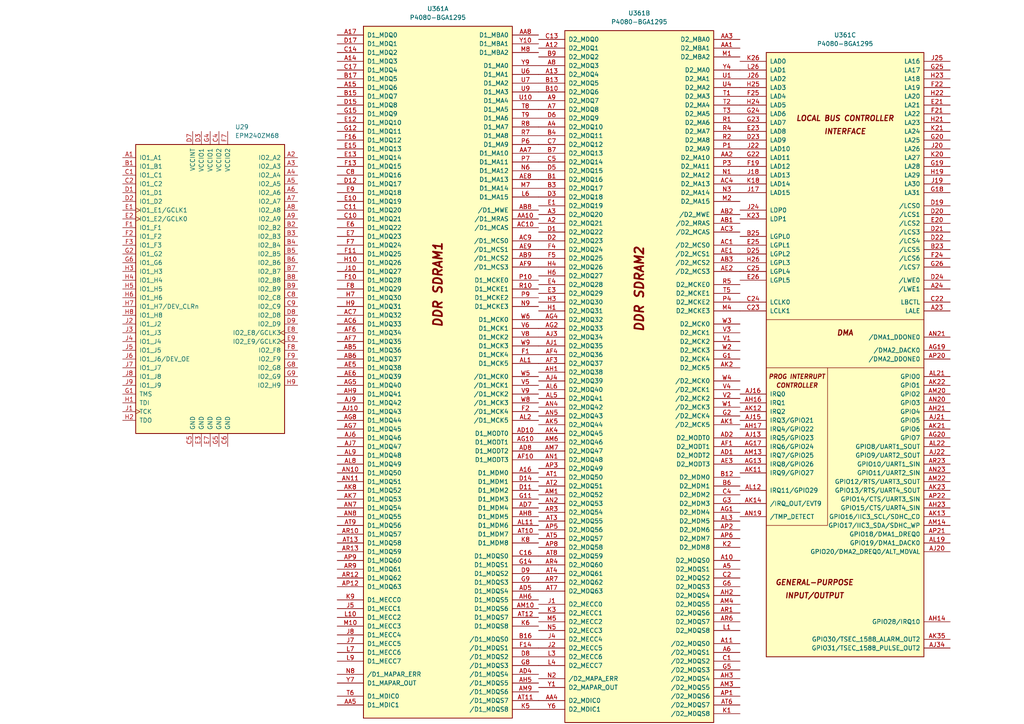
<source format=kicad_sch>
(kicad_sch (version 20250114) (generator "eeschema") (generator_version "9.0")
  (paper "A4")
  (lib_symbols
    (symbol "CPLD_Altera:EPM240ZM68" (pin_names (offset 1.016))
      (property "Reference" "U" (at 7.62 43.18 0))
      (property "Value" "EPM240ZM68" (at 7.62 -43.18 0))
      (symbol "EPM240ZM68_1_1"
        (pin bidirectional line (at -25.4 38.1 0) (length 3.81) (name "IO1_A1") (number "A1"))
        (pin bidirectional line (at -25.4 35.56 0) (length 3.81) (name "IO1_B1") (number "B1"))
        (pin bidirectional line (at -25.4 33.02 0) (length 3.81) (name "IO1_C1") (number "C1"))
        (pin bidirectional line (at -25.4 30.48 0) (length 3.81) (name "IO1_C2") (number "C2"))
        (pin bidirectional line (at -25.4 27.94 0) (length 3.81) (name "IO1_D1") (number "D1"))
        (pin bidirectional line (at -25.4 25.4 0) (length 3.81) (name "IO1_D2") (number "D2"))
        (pin bidirectional clock (at -25.4 22.86 0) (length 3.81) (name "IO1_E1/GCLK1") (number "E1"))
        (pin bidirectional clock (at -25.4 20.32 0) (length 3.81) (name "IO1_E2/GCLK0") (number "E2"))
        (pin bidirectional line (at -25.4 17.78 0) (length 3.81) (name "IO1_F1") (number "F1"))
        (pin bidirectional line (at -25.4 15.24 0) (length 3.81) (name "IO1_F2") (number "F2"))
        (pin bidirectional line (at -25.4 12.7 0) (length 3.81) (name "IO1_F3") (number "F3"))
        (pin bidirectional line (at -25.4 10.16 0) (length 3.81) (name "IO1_G2") (number "G2"))
        (pin bidirectional line (at -25.4 7.62 0) (length 3.81) (name "IO1_G6") (number "G6"))
        (pin bidirectional line (at -25.4 5.08 0) (length 3.81) (name "IO1_H3") (number "H3"))
        (pin bidirectional line (at -25.4 2.54 0) (length 3.81) (name "IO1_H4") (number "H4"))
        (pin bidirectional line (at -25.4 0 0) (length 3.81) (name "IO1_H5") (number "H5"))
        (pin bidirectional line (at -25.4 -2.54 0) (length 3.81) (name "IO1_H6") (number "H6"))
        (pin bidirectional line (at -25.4 -5.08 0) (length 3.81) (name "IO1_H7/DEV_CLRn") (number "H7"))
        (pin bidirectional line (at -25.4 -7.62 0) (length 3.81) (name "IO1_H8") (number "H8"))
        (pin bidirectional line (at -25.4 -10.16 0) (length 3.81) (name "IO1_J2") (number "J2"))
        (pin bidirectional line (at -25.4 -12.7 0) (length 3.81) (name "IO1_J3") (number "J3"))
        (pin bidirectional line (at -25.4 -15.24 0) (length 3.81) (name "IO1_J4") (number "J4"))
        (pin bidirectional line (at -25.4 -17.78 0) (length 3.81) (name "IO1_J5") (number "J5"))
        (pin bidirectional line (at -25.4 -20.32 0) (length 3.81) (name "IO1_J6/DEV_OE") (number "J6"))
        (pin bidirectional line (at -25.4 -22.86 0) (length 3.81) (name "IO1_J7") (number "J7"))
        (pin bidirectional line (at -25.4 -25.4 0) (length 3.81) (name "IO1_J8") (number "J8"))
        (pin bidirectional line (at -25.4 -27.94 0) (length 3.81) (name "IO1_J9") (number "J9"))
        (pin input line (at -25.4 -30.48 0) (length 3.81) (name "TMS") (number "G1"))
        (pin input line (at -25.4 -33.02 0) (length 3.81) (name "TDI") (number "H1"))
        (pin input clock (at -25.4 -35.56 0) (length 3.81) (name "TCK") (number "J1"))
        (pin output line (at -25.4 -38.1 0) (length 3.81) (name "TDO") (number "H2"))
        (pin power_in line (at -5.08 45.72 270) (length 3.81) (name "VCCINT") (number "D7"))
        (pin power_in line (at -5.08 -45.72 90) (length 3.81) (name "GND") (number "C5"))
        (pin power_in line (at -2.54 45.72 270) (length 3.81) (name "VCCIO1") (number "D3"))
        (pin power_in line (at -2.54 -45.72 90) (length 3.81) (name "GND") (number "E3"))
        (pin power_in line (at 0 45.72 270) (length 3.81) (name "VCCIO1") (number "G4"))
        (pin power_in line (at 0 -45.72 90) (length 3.81) (name "GND") (number "E7"))
        (pin power_in line (at 2.54 45.72 270) (length 3.81) (name "VCCIO2") (number "C4"))
        (pin power_in line (at 2.54 -45.72 90) (length 3.81) (name "GND") (number "G5"))
        (pin power_in line (at 5.08 45.72 270) (length 3.81) (name "VCCIO2") (number "F7"))
        (pin power_in line (at 5.08 -45.72 90) (length 3.81) (name "GND") (number "C6"))
        (pin bidirectional line (at 25.4 38.1 180) (length 3.81) (name "IO2_A2") (number "A2"))
        (pin bidirectional line (at 25.4 35.56 180) (length 3.81) (name "IO2_A3") (number "A3"))
        (pin bidirectional line (at 25.4 33.02 180) (length 3.81) (name "IO2_A4") (number "A4"))
        (pin bidirectional line (at 25.4 30.48 180) (length 3.81) (name "IO2_A5") (number "A5"))
        (pin bidirectional line (at 25.4 27.94 180) (length 3.81) (name "IO2_A6") (number "A6"))
        (pin bidirectional line (at 25.4 25.4 180) (length 3.81) (name "IO2_A7") (number "A7"))
        (pin bidirectional line (at 25.4 22.86 180) (length 3.81) (name "IO2_A8") (number "A8"))
        (pin bidirectional line (at 25.4 20.32 180) (length 3.81) (name "IO2_A9") (number "A9"))
        (pin bidirectional line (at 25.4 17.78 180) (length 3.81) (name "IO2_B2") (number "B2"))
        (pin bidirectional line (at 25.4 15.24 180) (length 3.81) (name "IO2_B3") (number "B3"))
        (pin bidirectional line (at 25.4 12.7 180) (length 3.81) (name "IO2_B4") (number "B4"))
        (pin bidirectional line (at 25.4 10.16 180) (length 3.81) (name "IO2_B5") (number "B5"))
        (pin bidirectional line (at 25.4 7.62 180) (length 3.81) (name "IO2_B6") (number "B6"))
        (pin bidirectional line (at 25.4 5.08 180) (length 3.81) (name "IO2_B7") (number "B7"))
        (pin bidirectional line (at 25.4 2.54 180) (length 3.81) (name "IO2_B8") (number "B8"))
        (pin bidirectional line (at 25.4 0 180) (length 3.81) (name "IO2_B9") (number "B9"))
        (pin bidirectional line (at 25.4 -2.54 180) (length 3.81) (name "IO2_C8") (number "C8"))
        (pin bidirectional line (at 25.4 -5.08 180) (length 3.81) (name "IO2_C9") (number "C9"))
        (pin bidirectional line (at 25.4 -7.62 180) (length 3.81) (name "IO2_D8") (number "D8"))
        (pin bidirectional line (at 25.4 -10.16 180) (length 3.81) (name "IO2_D9") (number "D9"))
        (pin bidirectional clock (at 25.4 -12.7 180) (length 3.81) (name "IO2_E8/GCLK3") (number "E8"))
        (pin bidirectional clock (at 25.4 -15.24 180) (length 3.81) (name "IO2_E9/GCLK2") (number "E9"))
        (pin bidirectional line (at 25.4 -17.78 180) (length 3.81) (name "IO2_F8") (number "F8"))
        (pin bidirectional line (at 25.4 -20.32 180) (length 3.81) (name "IO2_F9") (number "F9"))
        (pin bidirectional line (at 25.4 -22.86 180) (length 3.81) (name "IO2_G8") (number "G8"))
        (pin bidirectional line (at 25.4 -25.4 180) (length 3.81) (name "IO2_G9") (number "G9"))
        (pin bidirectional line (at 25.4 -27.94 180) (length 3.81) (name "IO2_H9") (number "H9"))
      )
    )
    (symbol "CPU:P4080-BGA1295" (pin_names (offset 1.016))
      (property "Reference" "U" (at 1.27 19.05 0))
      (property "Value" "P4080-BGA1295" (at 1.27 16.51 0))
      (symbol "P4080-BGA1295_1_1"
        (text "DDR SDRAM1" (at 1.27 26.67 900) (effects (font (size 2.54 2.54) (bold yes) (italic yes))))
        (pin bidirectional line (at -27.94 99.06 0) (length 7.62) (name "D1_MDQ0") (number "A17"))
        (pin bidirectional line (at -27.94 96.52 0) (length 7.62) (name "D1_MDQ1") (number "D17"))
        (pin bidirectional line (at -27.94 93.98 0) (length 7.62) (name "D1_MDQ2") (number "C14"))
        (pin bidirectional line (at -27.94 91.44 0) (length 7.62) (name "D1_MDQ3") (number "A14"))
        (pin bidirectional line (at -27.94 88.9 0) (length 7.62) (name "D1_MDQ4") (number "C17"))
        (pin bidirectional line (at -27.94 86.36 0) (length 7.62) (name "D1_MDQ5") (number "B17"))
        (pin bidirectional line (at -27.94 83.82 0) (length 7.62) (name "D1_MDQ6") (number "A15"))
        (pin bidirectional line (at -27.94 81.28 0) (length 7.62) (name "D1_MDQ7") (number "B15"))
        (pin bidirectional line (at -27.94 78.74 0) (length 7.62) (name "D1_MDQ8") (number "D15"))
        (pin bidirectional line (at -27.94 76.2 0) (length 7.62) (name "D1_MDQ9") (number "G15"))
        (pin bidirectional line (at -27.94 73.66 0) (length 7.62) (name "D1_MDQ10") (number "E12"))
        (pin bidirectional line (at -27.94 71.12 0) (length 7.62) (name "D1_MDQ11") (number "G12"))
        (pin bidirectional line (at -27.94 68.58 0) (length 7.62) (name "D1_MDQ12") (number "F16"))
        (pin bidirectional line (at -27.94 66.04 0) (length 7.62) (name "D1_MDQ13") (number "E15"))
        (pin bidirectional line (at -27.94 63.5 0) (length 7.62) (name "D1_MDQ14") (number "E13"))
        (pin bidirectional line (at -27.94 60.96 0) (length 7.62) (name "D1_MDQ15") (number "F13"))
        (pin bidirectional line (at -27.94 58.42 0) (length 7.62) (name "D1_MDQ16") (number "C8"))
        (pin bidirectional line (at -27.94 55.88 0) (length 7.62) (name "D1_MDQ17") (number "D12"))
        (pin bidirectional line (at -27.94 53.34 0) (length 7.62) (name "D1_MDQ18") (number "E9"))
        (pin bidirectional line (at -27.94 50.8 0) (length 7.62) (name "D1_MDQ19") (number "E10"))
        (pin bidirectional line (at -27.94 48.26 0) (length 7.62) (name "D1_MDQ20") (number "C11"))
        (pin bidirectional line (at -27.94 45.72 0) (length 7.62) (name "D1_MDQ21") (number "C10"))
        (pin bidirectional line (at -27.94 43.18 0) (length 7.62) (name "D1_MDQ22") (number "E6"))
        (pin bidirectional line (at -27.94 40.64 0) (length 7.62) (name "D1_MDQ23") (number "E7"))
        (pin bidirectional line (at -27.94 38.1 0) (length 7.62) (name "D1_MDQ24") (number "F7"))
        (pin bidirectional line (at -27.94 35.56 0) (length 7.62) (name "D1_MDQ25") (number "F11"))
        (pin bidirectional line (at -27.94 33.02 0) (length 7.62) (name "D1_MDQ26") (number "H10"))
        (pin bidirectional line (at -27.94 30.48 0) (length 7.62) (name "D1_MDQ27") (number "J10"))
        (pin bidirectional line (at -27.94 27.94 0) (length 7.62) (name "D1_MDQ28") (number "F10"))
        (pin bidirectional line (at -27.94 25.4 0) (length 7.62) (name "D1_MDQ29") (number "F8"))
        (pin bidirectional line (at -27.94 22.86 0) (length 7.62) (name "D1_MDQ30") (number "H7"))
        (pin bidirectional line (at -27.94 20.32 0) (length 7.62) (name "D1_MDQ31") (number "H9"))
        (pin bidirectional line (at -27.94 17.78 0) (length 7.62) (name "D1_MDQ32") (number "AC7"))
        (pin bidirectional line (at -27.94 15.24 0) (length 7.62) (name "D1_MDQ33") (number "AC6"))
        (pin bidirectional line (at -27.94 12.7 0) (length 7.62) (name "D1_MDQ34") (number "AF6"))
        (pin bidirectional line (at -27.94 10.16 0) (length 7.62) (name "D1_MDQ35") (number "AF7"))
        (pin bidirectional line (at -27.94 7.62 0) (length 7.62) (name "D1_MDQ36") (number "AB5"))
        (pin bidirectional line (at -27.94 5.08 0) (length 7.62) (name "D1_MDQ37") (number "AB6"))
        (pin bidirectional line (at -27.94 2.54 0) (length 7.62) (name "D1_MDQ38") (number "AE5"))
        (pin bidirectional line (at -27.94 0 0) (length 7.62) (name "D1_MDQ39") (number "AE6"))
        (pin bidirectional line (at -27.94 -2.54 0) (length 7.62) (name "D1_MDQ40") (number "AG5"))
        (pin bidirectional line (at -27.94 -5.08 0) (length 7.62) (name "D1_MDQ41") (number "AH9"))
        (pin bidirectional line (at -27.94 -7.62 0) (length 7.62) (name "D1_MDQ42") (number "AJ9"))
        (pin bidirectional line (at -27.94 -10.16 0) (length 7.62) (name "D1_MDQ43") (number "AJ10"))
        (pin bidirectional line (at -27.94 -12.7 0) (length 7.62) (name "D1_MDQ44") (number "AG8"))
        (pin bidirectional line (at -27.94 -15.24 0) (length 7.62) (name "D1_MDQ45") (number "AG7"))
        (pin bidirectional line (at -27.94 -17.78 0) (length 7.62) (name "D1_MDQ46") (number "AJ6"))
        (pin bidirectional line (at -27.94 -20.32 0) (length 7.62) (name "D1_MDQ47") (number "AJ7"))
        (pin bidirectional line (at -27.94 -22.86 0) (length 7.62) (name "D1_MDQ48") (number "AL9"))
        (pin bidirectional line (at -27.94 -25.4 0) (length 7.62) (name "D1_MDQ49") (number "AL8"))
        (pin bidirectional line (at -27.94 -27.94 0) (length 7.62) (name "D1_MDQ50") (number "AN10"))
        (pin bidirectional line (at -27.94 -30.48 0) (length 7.62) (name "D1_MDQ51") (number "AN11"))
        (pin bidirectional line (at -27.94 -33.02 0) (length 7.62) (name "D1_MDQ52") (number "AK8"))
        (pin bidirectional line (at -27.94 -35.56 0) (length 7.62) (name "D1_MDQ53") (number "AK7"))
        (pin bidirectional line (at -27.94 -38.1 0) (length 7.62) (name "D1_MDQ54") (number "AN7"))
        (pin bidirectional line (at -27.94 -40.64 0) (length 7.62) (name "D1_MDQ55") (number "AN8"))
        (pin bidirectional line (at -27.94 -43.18 0) (length 7.62) (name "D1_MDQ56") (number "AT9"))
        (pin bidirectional line (at -27.94 -45.72 0) (length 7.62) (name "D1_MDQ57") (number "AR10"))
        (pin bidirectional line (at -27.94 -48.26 0) (length 7.62) (name "D1_MDQ58") (number "AT13"))
        (pin bidirectional line (at -27.94 -50.8 0) (length 7.62) (name "D1_MDQ59") (number "AR13"))
        (pin bidirectional line (at -27.94 -53.34 0) (length 7.62) (name "D1_MDQ60") (number "AP9"))
        (pin bidirectional line (at -27.94 -55.88 0) (length 7.62) (name "D1_MDQ61") (number "AR9"))
        (pin bidirectional line (at -27.94 -58.42 0) (length 7.62) (name "D1_MDQ62") (number "AR12"))
        (pin bidirectional line (at -27.94 -60.96 0) (length 7.62) (name "D1_MDQ63") (number "AP12"))
        (pin bidirectional line (at -27.94 -64.77 0) (length 7.62) (name "D1_MECC0") (number "K9"))
        (pin bidirectional line (at -27.94 -67.31 0) (length 7.62) (name "D1_MECC1") (number "J5"))
        (pin bidirectional line (at -27.94 -69.85 0) (length 7.62) (name "D1_MECC2") (number "L10"))
        (pin bidirectional line (at -27.94 -72.39 0) (length 7.62) (name "D1_MECC3") (number "M10"))
        (pin bidirectional line (at -27.94 -74.93 0) (length 7.62) (name "D1_MECC4") (number "J8"))
        (pin bidirectional line (at -27.94 -77.47 0) (length 7.62) (name "D1_MECC5") (number "J7"))
        (pin bidirectional line (at -27.94 -80.01 0) (length 7.62) (name "D1_MECC6") (number "L7"))
        (pin bidirectional line (at -27.94 -82.55 0) (length 7.62) (name "D1_MECC7") (number "L9"))
        (pin input line (at -27.94 -86.36 0) (length 7.62) (name "/D1_MAPAR_ERR") (number "N8"))
        (pin output line (at -27.94 -88.9 0) (length 7.62) (name "D1_MAPAR_OUT") (number "Y7"))
        (pin bidirectional line (at -27.94 -92.71 0) (length 7.62) (name "D1_MDIC0") (number "T6"))
        (pin bidirectional line (at -27.94 -95.25 0) (length 7.62) (name "D1_MDIC1") (number "AA5"))
        (pin output line (at 30.48 99.06 180) (length 7.62) (name "D1_MBA0") (number "AA8"))
        (pin output line (at 30.48 96.52 180) (length 7.62) (name "D1_MBA1") (number "Y10"))
        (pin output line (at 30.48 93.98 180) (length 7.62) (name "D1_MBA2") (number "M8"))
        (pin output line (at 30.48 90.17 180) (length 7.62) (name "D1_MA0") (number "Y9"))
        (pin output line (at 30.48 87.63 180) (length 7.62) (name "D1_MA1") (number "U6"))
        (pin output line (at 30.48 85.09 180) (length 7.62) (name "D1_MA2") (number "U7"))
        (pin output line (at 30.48 82.55 180) (length 7.62) (name "D1_MA3") (number "U9"))
        (pin output line (at 30.48 80.01 180) (length 7.62) (name "D1_MA4") (number "U10"))
        (pin output line (at 30.48 77.47 180) (length 7.62) (name "D1_MA5") (number "T8"))
        (pin output line (at 30.48 74.93 180) (length 7.62) (name "D1_MA6") (number "T9"))
        (pin output line (at 30.48 72.39 180) (length 7.62) (name "D1_MA7") (number "R8"))
        (pin output line (at 30.48 69.85 180) (length 7.62) (name "D1_MA8") (number "R7"))
        (pin output line (at 30.48 67.31 180) (length 7.62) (name "D1_MA9") (number "P6"))
        (pin output line (at 30.48 64.77 180) (length 7.62) (name "D1_MA10") (number "AA7"))
        (pin output line (at 30.48 62.23 180) (length 7.62) (name "D1_MA11") (number "P7"))
        (pin output line (at 30.48 59.69 180) (length 7.62) (name "D1_MA12") (number "N6"))
        (pin output line (at 30.48 57.15 180) (length 7.62) (name "D1_MA13") (number "AE8"))
        (pin output line (at 30.48 54.61 180) (length 7.62) (name "D1_MA14") (number "M7"))
        (pin output line (at 30.48 52.07 180) (length 7.62) (name "D1_MA15") (number "L6"))
        (pin output line (at 30.48 48.26 180) (length 7.62) (name "/D1_MWE") (number "AB8"))
        (pin output line (at 30.48 45.72 180) (length 7.62) (name "/D1_MRAS") (number "AA10"))
        (pin output line (at 30.48 43.18 180) (length 7.62) (name "/D1_MCAS") (number "AC10"))
        (pin output line (at 30.48 39.37 180) (length 7.62) (name "/D1_MCS0") (number "AC9"))
        (pin output line (at 30.48 36.83 180) (length 7.62) (name "/D1_MCS1") (number "AE9"))
        (pin output line (at 30.48 34.29 180) (length 7.62) (name "/D1_MCS2") (number "AB9"))
        (pin output line (at 30.48 31.75 180) (length 7.62) (name "/D1_MCS3") (number "AF9"))
        (pin output line (at 30.48 27.94 180) (length 7.62) (name "D1_MCKE0") (number "P10"))
        (pin output line (at 30.48 25.4 180) (length 7.62) (name "D1_MCKE1") (number "R10"))
        (pin output line (at 30.48 22.86 180) (length 7.62) (name "D1_MCKE2") (number "P9"))
        (pin output line (at 30.48 20.32 180) (length 7.62) (name "D1_MCKE3") (number "N9"))
        (pin output line (at 30.48 16.51 180) (length 7.62) (name "D1_MCK0") (number "W6"))
        (pin output line (at 30.48 13.97 180) (length 7.62) (name "D1_MCK1") (number "V6"))
        (pin output line (at 30.48 11.43 180) (length 7.62) (name "D1_MCK2") (number "V8"))
        (pin output line (at 30.48 8.89 180) (length 7.62) (name "D1_MCK3") (number "W9"))
        (pin output line (at 30.48 6.35 180) (length 7.62) (name "D1_MCK4") (number "F1"))
        (pin output line (at 30.48 3.81 180) (length 7.62) (name "D1_MCK5") (number "AL1"))
        (pin output line (at 30.48 0 180) (length 7.62) (name "/D1_MCK0") (number "W5"))
        (pin output line (at 30.48 -2.54 180) (length 7.62) (name "/D1_MCK1") (number "V5"))
        (pin output line (at 30.48 -5.08 180) (length 7.62) (name "/D1_MCK2") (number "V9"))
        (pin output line (at 30.48 -7.62 180) (length 7.62) (name "/D1_MCK3") (number "W8"))
        (pin output line (at 30.48 -10.16 180) (length 7.62) (name "/D1_MCK4") (number "F2"))
        (pin output line (at 30.48 -12.7 180) (length 7.62) (name "/D1_MCK5") (number "AL2"))
        (pin output line (at 30.48 -16.51 180) (length 7.62) (name "D1_MODT0") (number "AD10"))
        (pin output line (at 30.48 -19.05 180) (length 7.62) (name "D1_MODT1") (number "AG10"))
        (pin output line (at 30.48 -21.59 180) (length 7.62) (name "D1_MODT2") (number "AD8"))
        (pin output line (at 30.48 -24.13 180) (length 7.62) (name "D1_MODT3") (number "AF10"))
        (pin output line (at 30.48 -27.94 180) (length 7.62) (name "D1_MDM0") (number "A16"))
        (pin output line (at 30.48 -30.48 180) (length 7.62) (name "D1_MDM1") (number "D14"))
        (pin output line (at 30.48 -33.02 180) (length 7.62) (name "D1_MDM2") (number "D11"))
        (pin output line (at 30.48 -35.56 180) (length 7.62) (name "D1_MDM3") (number "G11"))
        (pin output line (at 30.48 -38.1 180) (length 7.62) (name "D1_MDM4") (number "AD7"))
        (pin output line (at 30.48 -40.64 180) (length 7.62) (name "D1_MDM5") (number "AH8"))
        (pin output line (at 30.48 -43.18 180) (length 7.62) (name "D1_MDM6") (number "AL11"))
        (pin output line (at 30.48 -45.72 180) (length 7.62) (name "D1_MDM7") (number "AT10"))
        (pin output line (at 30.48 -48.26 180) (length 7.62) (name "D1_MDM8") (number "K8"))
        (pin bidirectional line (at 30.48 -52.07 180) (length 7.62) (name "D1_MDQS0") (number "C16"))
        (pin bidirectional line (at 30.48 -54.61 180) (length 7.62) (name "D1_MDQS1") (number "G14"))
        (pin bidirectional line (at 30.48 -57.15 180) (length 7.62) (name "D1_MDQS2") (number "D9"))
        (pin bidirectional line (at 30.48 -59.69 180) (length 7.62) (name "D1_MDQS3") (number "G9"))
        (pin bidirectional line (at 30.48 -62.23 180) (length 7.62) (name "D1_MDQS4") (number "AD5"))
        (pin bidirectional line (at 30.48 -64.77 180) (length 7.62) (name "D1_MDQS5") (number "AH6"))
        (pin bidirectional line (at 30.48 -67.31 180) (length 7.62) (name "D1_MDQS6") (number "AM10"))
        (pin bidirectional line (at 30.48 -69.85 180) (length 7.62) (name "D1_MDQS7") (number "AT12"))
        (pin bidirectional line (at 30.48 -72.39 180) (length 7.62) (name "D1_MDQS8") (number "K6"))
        (pin bidirectional line (at 30.48 -76.2 180) (length 7.62) (name "/D1_MDQS0") (number "B16"))
        (pin bidirectional line (at 30.48 -78.74 180) (length 7.62) (name "/D1_MDQS1") (number "F14"))
        (pin bidirectional line (at 30.48 -81.28 180) (length 7.62) (name "/D1_MDQS2") (number "D8"))
        (pin bidirectional line (at 30.48 -83.82 180) (length 7.62) (name "/D1_MDQS3") (number "G8"))
        (pin bidirectional line (at 30.48 -86.36 180) (length 7.62) (name "/D1_MDQS4") (number "AD4"))
        (pin bidirectional line (at 30.48 -88.9 180) (length 7.62) (name "/D1_MDQS5") (number "AH5"))
        (pin bidirectional line (at 30.48 -91.44 180) (length 7.62) (name "/D1_MDQS6") (number "AM9"))
        (pin bidirectional line (at 30.48 -93.98 180) (length 7.62) (name "/D1_MDQS7") (number "AT11"))
        (pin bidirectional line (at 30.48 -96.52 180) (length 7.62) (name "/D1_MDQS8") (number "K5"))
      )
      (symbol "P4080-BGA1295_2_1"
        (text "DDR SDRAM2" (at 1.27 26.67 900) (effects (font (size 2.54 2.54) (bold yes) (italic yes))))
        (pin bidirectional line (at -27.94 99.06 0) (length 7.62) (name "D2_MDQ0") (number "C13"))
        (pin bidirectional line (at -27.94 96.52 0) (length 7.62) (name "D2_MDQ1") (number "A12"))
        (pin bidirectional line (at -27.94 93.98 0) (length 7.62) (name "D2_MDQ2") (number "B9"))
        (pin bidirectional line (at -27.94 91.44 0) (length 7.62) (name "D2_MDQ3") (number "A8"))
        (pin bidirectional line (at -27.94 88.9 0) (length 7.62) (name "D2_MDQ4") (number "A13"))
        (pin bidirectional line (at -27.94 86.36 0) (length 7.62) (name "D2_MDQ5") (number "B13"))
        (pin bidirectional line (at -27.94 83.82 0) (length 7.62) (name "D2_MDQ6") (number "B10"))
        (pin bidirectional line (at -27.94 81.28 0) (length 7.62) (name "D2_MDQ7") (number "A9"))
        (pin bidirectional line (at -27.94 78.74 0) (length 7.62) (name "D2_MDQ8") (number "A7"))
        (pin bidirectional line (at -27.94 76.2 0) (length 7.62) (name "D2_MDQ9") (number "D6"))
        (pin bidirectional line (at -27.94 73.66 0) (length 7.62) (name "D2_MDQ10") (number "A4"))
        (pin bidirectional line (at -27.94 71.12 0) (length 7.62) (name "D2_MDQ11") (number "B4"))
        (pin bidirectional line (at -27.94 68.58 0) (length 7.62) (name "D2_MDQ12") (number "C7"))
        (pin bidirectional line (at -27.94 66.04 0) (length 7.62) (name "D2_MDQ13") (number "B7"))
        (pin bidirectional line (at -27.94 63.5 0) (length 7.62) (name "D2_MDQ14") (number "C5"))
        (pin bidirectional line (at -27.94 60.96 0) (length 7.62) (name "D2_MDQ15") (number "D5"))
        (pin bidirectional line (at -27.94 58.42 0) (length 7.62) (name "D2_MDQ16") (number "B1"))
        (pin bidirectional line (at -27.94 55.88 0) (length 7.62) (name "D2_MDQ17") (number "B3"))
        (pin bidirectional line (at -27.94 53.34 0) (length 7.62) (name "D2_MDQ18") (number "D3"))
        (pin bidirectional line (at -27.94 50.8 0) (length 7.62) (name "D2_MDQ19") (number "E1"))
        (pin bidirectional line (at -27.94 48.26 0) (length 7.62) (name "D2_MDQ20") (number "A3"))
        (pin bidirectional line (at -27.94 45.72 0) (length 7.62) (name "D2_MDQ21") (number "A2"))
        (pin bidirectional line (at -27.94 43.18 0) (length 7.62) (name "D2_MDQ22") (number "D1"))
        (pin bidirectional line (at -27.94 40.64 0) (length 7.62) (name "D2_MDQ23") (number "D2"))
        (pin bidirectional line (at -27.94 38.1 0) (length 7.62) (name "D2_MDQ24") (number "F4"))
        (pin bidirectional line (at -27.94 35.56 0) (length 7.62) (name "D2_MDQ25") (number "F5"))
        (pin bidirectional line (at -27.94 33.02 0) (length 7.62) (name "D2_MDQ26") (number "H4"))
        (pin bidirectional line (at -27.94 30.48 0) (length 7.62) (name "D2_MDQ27") (number "H6"))
        (pin bidirectional line (at -27.94 27.94 0) (length 7.62) (name "D2_MDQ28") (number "E4"))
        (pin bidirectional line (at -27.94 25.4 0) (length 7.62) (name "D2_MDQ29") (number "E3"))
        (pin bidirectional line (at -27.94 22.86 0) (length 7.62) (name "D2_MDQ30") (number "H3"))
        (pin bidirectional line (at -27.94 20.32 0) (length 7.62) (name "D2_MDQ31") (number "H1"))
        (pin bidirectional line (at -27.94 17.78 0) (length 7.62) (name "D2_MDQ32") (number "AG4"))
        (pin bidirectional line (at -27.94 15.24 0) (length 7.62) (name "D2_MDQ33") (number "AG2"))
        (pin bidirectional line (at -27.94 12.7 0) (length 7.62) (name "D2_MDQ34") (number "AJ3"))
        (pin bidirectional line (at -27.94 10.16 0) (length 7.62) (name "D2_MDQ35") (number "AJ1"))
        (pin bidirectional line (at -27.94 7.62 0) (length 7.62) (name "D2_MDQ36") (number "AF4"))
        (pin bidirectional line (at -27.94 5.08 0) (length 7.62) (name "D2_MDQ37") (number "AF3"))
        (pin bidirectional line (at -27.94 2.54 0) (length 7.62) (name "D2_MDQ38") (number "AH1"))
        (pin bidirectional line (at -27.94 0 0) (length 7.62) (name "D2_MDQ39") (number "AJ4"))
        (pin bidirectional line (at -27.94 -2.54 0) (length 7.62) (name "D2_MDQ40") (number "AL6"))
        (pin bidirectional line (at -27.94 -5.08 0) (length 7.62) (name "D2_MDQ41") (number "AL5"))
        (pin bidirectional line (at -27.94 -7.62 0) (length 7.62) (name "D2_MDQ42") (number "AN4"))
        (pin bidirectional line (at -27.94 -10.16 0) (length 7.62) (name "D2_MDQ43") (number "AN5"))
        (pin bidirectional line (at -27.94 -12.7 0) (length 7.62) (name "D2_MDQ44") (number "AK5"))
        (pin bidirectional line (at -27.94 -15.24 0) (length 7.62) (name "D2_MDQ45") (number "AK4"))
        (pin bidirectional line (at -27.94 -17.78 0) (length 7.62) (name "D2_MDQ46") (number "AM6"))
        (pin bidirectional line (at -27.94 -20.32 0) (length 7.62) (name "D2_MDQ47") (number "AM7"))
        (pin bidirectional line (at -27.94 -22.86 0) (length 7.62) (name "D2_MDQ48") (number "AN1"))
        (pin bidirectional line (at -27.94 -25.4 0) (length 7.62) (name "D2_MDQ49") (number "AP3"))
        (pin bidirectional line (at -27.94 -27.94 0) (length 7.62) (name "D2_MDQ50") (number "AT1"))
        (pin bidirectional line (at -27.94 -30.48 0) (length 7.62) (name "D2_MDQ51") (number "AT2"))
        (pin bidirectional line (at -27.94 -33.02 0) (length 7.62) (name "D2_MDQ52") (number "AM1"))
        (pin bidirectional line (at -27.94 -35.56 0) (length 7.62) (name "D2_MDQ53") (number "AN2"))
        (pin bidirectional line (at -27.94 -38.1 0) (length 7.62) (name "D2_MDQ54") (number "AR3"))
        (pin bidirectional line (at -27.94 -40.64 0) (length 7.62) (name "D2_MDQ55") (number "AT3"))
        (pin bidirectional line (at -27.94 -43.18 0) (length 7.62) (name "D2_MDQ56") (number "AP5"))
        (pin bidirectional line (at -27.94 -45.72 0) (length 7.62) (name "D2_MDQ57") (number "AT5"))
        (pin bidirectional line (at -27.94 -48.26 0) (length 7.62) (name "D2_MDQ58") (number "AP8"))
        (pin bidirectional line (at -27.94 -50.8 0) (length 7.62) (name "D2_MDQ59") (number "AT8"))
        (pin bidirectional line (at -27.94 -53.34 0) (length 7.62) (name "D2_MDQ60") (number "AR4"))
        (pin bidirectional line (at -27.94 -55.88 0) (length 7.62) (name "D2_MDQ61") (number "AT4"))
        (pin bidirectional line (at -27.94 -58.42 0) (length 7.62) (name "D2_MDQ62") (number "AR7"))
        (pin bidirectional line (at -27.94 -60.96 0) (length 7.62) (name "D2_MDQ63") (number "AT7"))
        (pin bidirectional line (at -27.94 -64.77 0) (length 7.62) (name "D2_MECC0") (number "J1"))
        (pin bidirectional line (at -27.94 -67.31 0) (length 7.62) (name "D2_MECC1") (number "K3"))
        (pin bidirectional line (at -27.94 -69.85 0) (length 7.62) (name "D2_MECC2") (number "M5"))
        (pin bidirectional line (at -27.94 -72.39 0) (length 7.62) (name "D2_MECC3") (number "N5"))
        (pin bidirectional line (at -27.94 -74.93 0) (length 7.62) (name "D2_MECC4") (number "J4"))
        (pin bidirectional line (at -27.94 -77.47 0) (length 7.62) (name "D2_MECC5") (number "J2"))
        (pin bidirectional line (at -27.94 -80.01 0) (length 7.62) (name "D2_MECC6") (number "L3"))
        (pin bidirectional line (at -27.94 -82.55 0) (length 7.62) (name "D2_MECC7") (number "L4"))
        (pin input line (at -27.94 -86.36 0) (length 7.62) (name "/D2_MAPA_ERR") (number "N2"))
        (pin output line (at -27.94 -88.9 0) (length 7.62) (name "D2_MAPAR_OUT") (number "Y1"))
        (pin bidirectional line (at -27.94 -92.71 0) (length 7.62) (name "D2_MDIC0") (number "AA4"))
        (pin bidirectional line (at -27.94 -95.25 0) (length 7.62) (name "D2_MDIC1") (number "Y6"))
        (pin output line (at 30.48 99.06 180) (length 7.62) (name "D2_MBA0") (number "AA3"))
        (pin output line (at 30.48 96.52 180) (length 7.62) (name "D2_MBA1") (number "AA1"))
        (pin output line (at 30.48 93.98 180) (length 7.62) (name "D2_MBA2") (number "M1"))
        (pin output line (at 30.48 90.17 180) (length 7.62) (name "D2_MA0") (number "Y4"))
        (pin output line (at 30.48 87.63 180) (length 7.62) (name "D2_MA1") (number "U1"))
        (pin output line (at 30.48 85.09 180) (length 7.62) (name "D2_MA2") (number "U4"))
        (pin output line (at 30.48 82.55 180) (length 7.62) (name "D2_MA3") (number "T1"))
        (pin output line (at 30.48 80.01 180) (length 7.62) (name "D2_MA4") (number "T2"))
        (pin output line (at 30.48 77.47 180) (length 7.62) (name "D2_MA5") (number "T3"))
        (pin output line (at 30.48 74.93 180) (length 7.62) (name "D2_MA6") (number "R1"))
        (pin output line (at 30.48 72.39 180) (length 7.62) (name "D2_MA7") (number "R4"))
        (pin output line (at 30.48 69.85 180) (length 7.62) (name "D2_MA8") (number "R2"))
        (pin output line (at 30.48 67.31 180) (length 7.62) (name "D2_MA9") (number "P1"))
        (pin output line (at 30.48 64.77 180) (length 7.62) (name "D2_MA10") (number "AA2"))
        (pin output line (at 30.48 62.23 180) (length 7.62) (name "D2_MA11") (number "P3"))
        (pin output line (at 30.48 59.69 180) (length 7.62) (name "D2_MA12") (number "N1"))
        (pin output line (at 30.48 57.15 180) (length 7.62) (name "D2_MA13") (number "AC4"))
        (pin output line (at 30.48 54.61 180) (length 7.62) (name "D2_MA14") (number "N3"))
        (pin output line (at 30.48 52.07 180) (length 7.62) (name "D2_MA15") (number "M2"))
        (pin output line (at 30.48 48.26 180) (length 7.62) (name "/D2_MWE") (number "AB2"))
        (pin output line (at 30.48 45.72 180) (length 7.62) (name "/D2_MRAS") (number "AB1"))
        (pin output line (at 30.48 43.18 180) (length 7.62) (name "/D2_MCAS") (number "AC3"))
        (pin output line (at 30.48 39.37 180) (length 7.62) (name "/D2_MCS0") (number "AC1"))
        (pin output line (at 30.48 36.83 180) (length 7.62) (name "/D2_MCS1") (number "AE1"))
        (pin output line (at 30.48 34.29 180) (length 7.62) (name "/D2_MCS2") (number "AB3"))
        (pin output line (at 30.48 31.75 180) (length 7.62) (name "/D2_MCS3") (number "AE2"))
        (pin output line (at 30.48 27.94 180) (length 7.62) (name "D2_MCKE0") (number "R5"))
        (pin output line (at 30.48 25.4 180) (length 7.62) (name "D2_MCKE1") (number "T5"))
        (pin output line (at 30.48 22.86 180) (length 7.62) (name "D2_MCKE2") (number "P4"))
        (pin output line (at 30.48 20.32 180) (length 7.62) (name "D2_MCKE3") (number "M4"))
        (pin output line (at 30.48 16.51 180) (length 7.62) (name "D2_MCK0") (number "W3"))
        (pin output line (at 30.48 13.97 180) (length 7.62) (name "D2_MCK1") (number "V3"))
        (pin output line (at 30.48 11.43 180) (length 7.62) (name "D2_MCK2") (number "V1"))
        (pin output line (at 30.48 8.89 180) (length 7.62) (name "D2_MCK3") (number "W2"))
        (pin output line (at 30.48 6.35 180) (length 7.62) (name "D2_MCK4") (number "G1"))
        (pin output line (at 30.48 3.81 180) (length 7.62) (name "D2_MCK5") (number "AK2"))
        (pin output line (at 30.48 0 180) (length 7.62) (name "/D2_MCK0") (number "W4"))
        (pin output line (at 30.48 -2.54 180) (length 7.62) (name "/D2_MCK1") (number "V4"))
        (pin output line (at 30.48 -5.08 180) (length 7.62) (name "/D2_MCK2") (number "V2"))
        (pin output line (at 30.48 -7.62 180) (length 7.62) (name "/D2_MCK3") (number "W1"))
        (pin output line (at 30.48 -10.16 180) (length 7.62) (name "/D2_MCK4") (number "G2"))
        (pin output line (at 30.48 -12.7 180) (length 7.62) (name "/D2_MCK5") (number "AK1"))
        (pin output line (at 30.48 -16.51 180) (length 7.62) (name "D2_MODT0") (number "AD2"))
        (pin output line (at 30.48 -19.05 180) (length 7.62) (name "D2_MODT1") (number "AF1"))
        (pin output line (at 30.48 -21.59 180) (length 7.62) (name "D2_MODT2") (number "AD1"))
        (pin output line (at 30.48 -24.13 180) (length 7.62) (name "D2_MODT3") (number "AE3"))
        (pin output line (at 30.48 -27.94 180) (length 7.62) (name "D2_MDM0") (number "B12"))
        (pin output line (at 30.48 -30.48 180) (length 7.62) (name "D2_MDM1") (number "B6"))
        (pin output line (at 30.48 -33.02 180) (length 7.62) (name "D2_MDM2") (number "C4"))
        (pin output line (at 30.48 -35.56 180) (length 7.62) (name "D2_MDM3") (number "G3"))
        (pin output line (at 30.48 -38.1 180) (length 7.62) (name "D2_MDM4") (number "AG1"))
        (pin output line (at 30.48 -40.64 180) (length 7.62) (name "D2_MDM5") (number "AL3"))
        (pin output line (at 30.48 -43.18 180) (length 7.62) (name "D2_MDM6") (number "AP2"))
        (pin output line (at 30.48 -45.72 180) (length 7.62) (name "D2_MDM7") (number "AP6"))
        (pin output line (at 30.48 -48.26 180) (length 7.62) (name "D2_MDM8") (number "K2"))
        (pin bidirectional line (at 30.48 -52.07 180) (length 7.62) (name "D2_MDQS0") (number "A10"))
        (pin bidirectional line (at 30.48 -54.61 180) (length 7.62) (name "D2_MDQS1") (number "A5"))
        (pin bidirectional line (at 30.48 -57.15 180) (length 7.62) (name "D2_MDQS2") (number "C2"))
        (pin bidirectional line (at 30.48 -59.69 180) (length 7.62) (name "D2_MDQS3") (number "G6"))
        (pin bidirectional line (at 30.48 -62.23 180) (length 7.62) (name "D2_MDQS4") (number "AH2"))
        (pin bidirectional line (at 30.48 -64.77 180) (length 7.62) (name "D2_MDQS5") (number "AM4"))
        (pin bidirectional line (at 30.48 -67.31 180) (length 7.62) (name "D2_MDQS6") (number "AR1"))
        (pin bidirectional line (at 30.48 -69.85 180) (length 7.62) (name "D2_MDQS7") (number "AR6"))
        (pin bidirectional line (at 30.48 -72.39 180) (length 7.62) (name "D2_MDQS8") (number "L1"))
        (pin bidirectional line (at 30.48 -76.2 180) (length 7.62) (name "/D2_MDQS0") (number "A11"))
        (pin bidirectional line (at 30.48 -78.74 180) (length 7.62) (name "/D2_MDQS1") (number "A6"))
        (pin bidirectional line (at 30.48 -81.28 180) (length 7.62) (name "/D2_MDQS2") (number "C1"))
        (pin bidirectional line (at 30.48 -83.82 180) (length 7.62) (name "/D2_MDQS3") (number "G5"))
        (pin bidirectional line (at 30.48 -86.36 180) (length 7.62) (name "/D2_MDQS4") (number "AH3"))
        (pin bidirectional line (at 30.48 -88.9 180) (length 7.62) (name "/D2_MDQS5") (number "AM3"))
        (pin bidirectional line (at 30.48 -91.44 180) (length 7.62) (name "/D2_MDQS6") (number "AP1"))
        (pin bidirectional line (at 30.48 -93.98 180) (length 7.62) (name "/D2_MDQS7") (number "AT6"))
        (pin bidirectional line (at 30.48 -96.52 180) (length 7.62) (name "/D2_MDQS8") (number "K1"))
      )
      (symbol "P4080-BGA1295_3_1"
        (text "PROG INTERRUPT" (at -13.97 -5.08 0) (effects (font (size 1.27 1.27) (bold yes) (italic yes))))
        (text "CONTROLLER" (at -13.97 -7.62 0) (effects (font (size 1.27 1.27) (bold yes) (italic yes))))
        (text "GENERAL-PURPOSE" (at -8.89 -64.77 0) (effects (font (size 1.524 1.524) (bold yes) (italic yes))))
        (text "INPUT/OUTPUT" (at -8.89 -68.58 0) (effects (font (size 1.524 1.524) (bold yes) (italic yes))))
        (text "LOCAL BUS CONTROLLER" (at 0 69.85 0) (effects (font (size 1.524 1.524) (bold yes) (italic yes))))
        (text "INTERFACE" (at 0 66.04 0) (effects (font (size 1.524 1.524) (bold yes) (italic yes))))
        (text "DMA" (at 0 7.62 0) (effects (font (size 1.524 1.524) (bold yes) (italic yes))))
        (pin bidirectional line (at -30.48 86.36 0) (length 7.62) (name "LAD0") (number "K26"))
        (pin bidirectional line (at -30.48 83.82 0) (length 7.62) (name "LAD1") (number "L26"))
        (pin bidirectional line (at -30.48 81.28 0) (length 7.62) (name "LAD2") (number "J26"))
        (pin bidirectional line (at -30.48 78.74 0) (length 7.62) (name "LAD3") (number "H25"))
        (pin bidirectional line (at -30.48 76.2 0) (length 7.62) (name "LAD4") (number "F25"))
        (pin bidirectional line (at -30.48 73.66 0) (length 7.62) (name "LAD5") (number "H24"))
        (pin bidirectional line (at -30.48 71.12 0) (length 7.62) (name "LAD6") (number "G24"))
        (pin bidirectional line (at -30.48 68.58 0) (length 7.62) (name "LAD7") (number "G23"))
        (pin bidirectional line (at -30.48 66.04 0) (length 7.62) (name "LAD8") (number "E23"))
        (pin bidirectional line (at -30.48 63.5 0) (length 7.62) (name "LAD9") (number "D23"))
        (pin bidirectional line (at -30.48 60.96 0) (length 7.62) (name "LAD10") (number "J22"))
        (pin bidirectional line (at -30.48 58.42 0) (length 7.62) (name "LAD11") (number "G22"))
        (pin bidirectional line (at -30.48 55.88 0) (length 7.62) (name "LAD12") (number "F19"))
        (pin bidirectional line (at -30.48 53.34 0) (length 7.62) (name "LAD13") (number "J18"))
        (pin bidirectional line (at -30.48 50.8 0) (length 7.62) (name "LAD14") (number "K18"))
        (pin bidirectional line (at -30.48 48.26 0) (length 7.62) (name "LAD15") (number "J17"))
        (pin bidirectional line (at -30.48 43.18 0) (length 7.62) (name "LDP0") (number "J24"))
        (pin bidirectional line (at -30.48 40.64 0) (length 7.62) (name "LDP1") (number "K23"))
        (pin output line (at -30.48 35.56 0) (length 7.62) (name "LGPL0") (number "B25"))
        (pin output line (at -30.48 33.02 0) (length 7.62) (name "LGPL1") (number "E25"))
        (pin output line (at -30.48 30.48 0) (length 7.62) (name "LGPL2") (number "D25"))
        (pin output line (at -30.48 27.94 0) (length 7.62) (name "LGPL3") (number "H26"))
        (pin bidirectional line (at -30.48 25.4 0) (length 7.62) (name "LGPL4") (number "C25"))
        (pin output line (at -30.48 22.86 0) (length 7.62) (name "LGPL5") (number "E26"))
        (pin output line (at -30.48 16.51 0) (length 7.62) (name "LCLK0") (number "C24"))
        (pin output line (at -30.48 13.97 0) (length 7.62) (name "LCLK1") (number "C23"))
        (pin input line (at -30.48 -10.16 0) (length 7.62) (name "IRQ0") (number "AJ16"))
        (pin input line (at -30.48 -12.7 0) (length 7.62) (name "IRQ1") (number "AH16"))
        (pin input line (at -30.48 -15.24 0) (length 7.62) (name "IRQ2") (number "AK12"))
        (pin input line (at -30.48 -17.78 0) (length 7.62) (name "IRQ3/GPIO21") (number "AJ15"))
        (pin input line (at -30.48 -20.32 0) (length 7.62) (name "IRQ4/GPIO22") (number "AH17"))
        (pin input line (at -30.48 -22.86 0) (length 7.62) (name "IRQ5/GPIO23") (number "AJ13"))
        (pin input line (at -30.48 -25.4 0) (length 7.62) (name "IRQ6/GPIO24") (number "AG17"))
        (pin input line (at -30.48 -27.94 0) (length 7.62) (name "IRQ7/GPIO25") (number "AM13"))
        (pin input line (at -30.48 -30.48 0) (length 7.62) (name "IRQ8/GPIO26") (number "AG13"))
        (pin input line (at -30.48 -33.02 0) (length 7.62) (name "IRQ9/GPIO27") (number "AK11"))
        (pin input line (at -30.48 -38.1 0) (length 7.62) (name "IRQ11/GPIO29") (number "AL12"))
        (pin output line (at -30.48 -41.91 0) (length 7.62) (name "/IRQ_OUT/EVT9") (number "AK14"))
        (pin input line (at -30.48 -45.72 0) (length 7.62) (name "/TMP_DETECT") (number "AN19"))
        (pin output line (at 30.48 86.36 180) (length 7.62) (name "LA16") (number "J25"))
        (pin output line (at 30.48 83.82 180) (length 7.62) (name "LA17") (number "G25"))
        (pin output line (at 30.48 81.28 180) (length 7.62) (name "LA18") (number "H23"))
        (pin output line (at 30.48 78.74 180) (length 7.62) (name "LA19") (number "F22"))
        (pin output line (at 30.48 76.2 180) (length 7.62) (name "LA20") (number "H22"))
        (pin output line (at 30.48 73.66 180) (length 7.62) (name "LA21") (number "E21"))
        (pin output line (at 30.48 71.12 180) (length 7.62) (name "LA22") (number "F21"))
        (pin output line (at 30.48 68.58 180) (length 7.62) (name "LA23") (number "H21"))
        (pin output line (at 30.48 66.04 180) (length 7.62) (name "LA24") (number "K21"))
        (pin output line (at 30.48 63.5 180) (length 7.62) (name "LA25") (number "G20"))
        (pin output line (at 30.48 60.96 180) (length 7.62) (name "LA26") (number "J20"))
        (pin output line (at 30.48 58.42 180) (length 7.62) (name "LA27") (number "K20"))
        (pin output line (at 30.48 55.88 180) (length 7.62) (name "LA28") (number "G19"))
        (pin output line (at 30.48 53.34 180) (length 7.62) (name "LA29") (number "H19"))
        (pin output line (at 30.48 50.8 180) (length 7.62) (name "LA30") (number "J19"))
        (pin output line (at 30.48 48.26 180) (length 7.62) (name "LA31") (number "G18"))
        (pin output line (at 30.48 44.45 180) (length 7.62) (name "/LCS0") (number "D19"))
        (pin output line (at 30.48 41.91 180) (length 7.62) (name "/LCS1") (number "D20"))
        (pin output line (at 30.48 39.37 180) (length 7.62) (name "/LCS2") (number "E20"))
        (pin output line (at 30.48 36.83 180) (length 7.62) (name "/LCS3") (number "D21"))
        (pin output line (at 30.48 34.29 180) (length 7.62) (name "/LCS4") (number "D22"))
        (pin output line (at 30.48 31.75 180) (length 7.62) (name "/LCS5") (number "B23"))
        (pin output line (at 30.48 29.21 180) (length 7.62) (name "/LCS6") (number "F24"))
        (pin output line (at 30.48 26.67 180) (length 7.62) (name "/LCS7") (number "G26"))
        (pin output line (at 30.48 22.86 180) (length 7.62) (name "/LWE0") (number "D24"))
        (pin output line (at 30.48 20.32 180) (length 7.62) (name "/LWE1") (number "A24"))
        (pin output line (at 30.48 16.51 180) (length 7.62) (name "LBCTL") (number "C22"))
        (pin bidirectional line (at 30.48 13.97 180) (length 7.62) (name "LALE") (number "A23"))
        (pin output line (at 30.48 6.35 180) (length 7.62) (name "/DMA1_DDONE0") (number "AN21"))
        (pin output line (at 30.48 2.54 180) (length 7.62) (name "/DMA2_DACK0") (number "AG19"))
        (pin output line (at 30.48 0 180) (length 7.62) (name "/DMA2_DDONE0") (number "AP20"))
        (pin bidirectional line (at 30.48 -5.08 180) (length 7.62) (name "GPIO0") (number "AL21"))
        (pin bidirectional line (at 30.48 -7.62 180) (length 7.62) (name "GPIO1") (number "AK22"))
        (pin bidirectional line (at 30.48 -10.16 180) (length 7.62) (name "GPIO2") (number "AM20"))
        (pin bidirectional line (at 30.48 -12.7 180) (length 7.62) (name "GPIO3") (number "AN20"))
        (pin bidirectional line (at 30.48 -15.24 180) (length 7.62) (name "GPIO4") (number "AH21"))
        (pin bidirectional line (at 30.48 -17.78 180) (length 7.62) (name "GPIO5") (number "AJ21"))
        (pin bidirectional line (at 30.48 -20.32 180) (length 7.62) (name "GPIO6") (number "AK21"))
        (pin bidirectional line (at 30.48 -22.86 180) (length 7.62) (name "GPIO7") (number "AG20"))
        (pin bidirectional line (at 30.48 -25.4 180) (length 7.62) (name "GPIO8/UART1_SOUT") (number "AL22"))
        (pin bidirectional line (at 30.48 -27.94 180) (length 7.62) (name "GPIO9/UART2_SOUT") (number "AJ22"))
        (pin bidirectional line (at 30.48 -30.48 180) (length 7.62) (name "GPIO10/UART1_SIN") (number "AR23"))
        (pin bidirectional line (at 30.48 -33.02 180) (length 7.62) (name "GPIO11/UART2_SIN") (number "AN23"))
        (pin bidirectional line (at 30.48 -35.56 180) (length 7.62) (name "GPIO12/RTS/UART3_SOUT") (number "AM22"))
        (pin bidirectional line (at 30.48 -38.1 180) (length 7.62) (name "GPIO13/RTS/UART4_SOUT") (number "AK23"))
        (pin bidirectional line (at 30.48 -40.64 180) (length 7.62) (name "GPIO14/CTS/UART3_SIN") (number "AP22"))
        (pin bidirectional line (at 30.48 -43.18 180) (length 7.62) (name "GPIO15/CTS/UART4_SIN") (number "AH23"))
        (pin bidirectional line (at 30.48 -45.72 180) (length 7.62) (name "GPIO16/IIC3_SCL/SDHC_CD") (number "AK13"))
        (pin bidirectional line (at 30.48 -48.26 180) (length 7.62) (name "GPIO17/IIC3_SDA/SDHC_WP") (number "AM14"))
        (pin bidirectional line (at 30.48 -50.8 180) (length 7.62) (name "GPIO18/DMA1_DREQ0") (number "AP21"))
        (pin bidirectional line (at 30.48 -53.34 180) (length 7.62) (name "GPIO19/DMA1_DACK0") (number "AL19"))
        (pin bidirectional line (at 30.48 -55.88 180) (length 7.62) (name "GPIO20/DMA2_DREQ0/ALT_MDVAL") (number "AJ20"))
        (pin bidirectional line (at 30.48 -76.2 180) (length 7.62) (name "GPIO28/IRQ10") (number "AH14"))
        (pin bidirectional line (at 30.48 -81.28 180) (length 7.62) (name "GPIO30/TSEC_1588_ALARM_OUT2") (number "AK35"))
        (pin bidirectional line (at 30.48 -83.82 180) (length 7.62) (name "GPIO31/TSEC_1588_PULSE_OUT2") (number "AJ34"))
      )
      (symbol "P4080-BGA1295_4_1"
        (text "SERDES" (at 0 29.21 0) (effects (font (size 2.54 2.54) (bold yes) (italic yes))))
        (pin input line (at -27.94 55.88 0) (length 7.62) (name "SD_RX0") (number "C28"))
        (pin input line (at -27.94 53.34 0) (length 7.62) (name "SD_RX1") (number "A29"))
        (pin input line (at -27.94 50.8 0) (length 7.62) (name "SD_RX2") (number "C30"))
        (pin input line (at -27.94 48.26 0) (length 7.62) (name "SD_RX3") (number "A31"))
        (pin input line (at -27.94 45.72 0) (length 7.62) (name "SD_RX4") (number "D36"))
        (pin input line (at -27.94 43.18 0) (length 7.62) (name "SD_RX5") (number "F36"))
        (pin input line (at -27.94 40.64 0) (length 7.62) (name "SD_RX6") (number "H36"))
        (pin input line (at -27.94 38.1 0) (length 7.62) (name "SD_RX7") (number "K36"))
        (pin input line (at -27.94 35.56 0) (length 7.62) (name "SD_RX8") (number "L34"))
        (pin input line (at -27.94 33.02 0) (length 7.62) (name "SD_RX9") (number "M36"))
        (pin input line (at -27.94 30.48 0) (length 7.62) (name "SD_RX10") (number "P36"))
        (pin input line (at -27.94 27.94 0) (length 7.62) (name "SD_RX11") (number "T34"))
        (pin input line (at -27.94 25.4 0) (length 7.62) (name "SD_RX12") (number "W36"))
        (pin input line (at -27.94 22.86 0) (length 7.62) (name "SD_RX13") (number "Y34"))
        (pin input line (at -27.94 20.32 0) (length 7.62) (name "SD_RX14") (number "AA36"))
        (pin input line (at -27.94 17.78 0) (length 7.62) (name "SD_RX15") (number "AC36"))
        (pin input line (at -27.94 15.24 0) (length 7.62) (name "SD_RX16") (number "AF34"))
        (pin input line (at -27.94 12.7 0) (length 7.62) (name "SD_RX17") (number "AG36"))
        (pin input line (at -27.94 7.62 0) (length 7.62) (name "/SD_RX0") (number "D28"))
        (pin input line (at -27.94 5.08 0) (length 7.62) (name "/SD_RX1") (number "B29"))
        (pin input line (at -27.94 2.54 0) (length 7.62) (name "/SD_RX2") (number "D30"))
        (pin input line (at -27.94 0 0) (length 7.62) (name "/SD_RX3") (number "B31"))
        (pin input line (at -27.94 -2.54 0) (length 7.62) (name "/SD_RX4") (number "C36"))
        (pin input line (at -27.94 -5.08 0) (length 7.62) (name "/SD_RX5") (number "F35"))
        (pin input line (at -27.94 -7.62 0) (length 7.62) (name "/SD_RX6") (number "H35"))
        (pin input line (at -27.94 -10.16 0) (length 7.62) (name "/SD_RX7") (number "K35"))
        (pin input line (at -27.94 -12.7 0) (length 7.62) (name "/SD_RX8") (number "L33"))
        (pin input line (at -27.94 -15.24 0) (length 7.62) (name "/SD_RX9") (number "M35"))
        (pin input line (at -27.94 -17.78 0) (length 7.62) (name "/SD_RX10") (number "P35"))
        (pin input line (at -27.94 -20.32 0) (length 7.62) (name "/SD_RX11") (number "T33"))
        (pin input line (at -27.94 -22.86 0) (length 7.62) (name "/SD_RX12") (number "W35"))
        (pin input line (at -27.94 -25.4 0) (length 7.62) (name "/SD_RX13") (number "Y33"))
        (pin input line (at -27.94 -27.94 0) (length 7.62) (name "/SD_RX14") (number "AA35"))
        (pin input line (at -27.94 -30.48 0) (length 7.62) (name "/SD_RX15") (number "AC35"))
        (pin input line (at -27.94 -33.02 0) (length 7.62) (name "/SD_RX16") (number "AF33"))
        (pin input line (at -27.94 -35.56 0) (length 7.62) (name "/SD_RX17") (number "AG35"))
        (pin input line (at -27.94 -40.64 0) (length 7.62) (name "SD_REF_CLK1") (number "A35"))
        (pin input line (at -27.94 -43.18 0) (length 7.62) (name "/SD_REF_CLK1") (number "B35"))
        (pin input line (at -27.94 -45.72 0) (length 7.62) (name "SD_REF_CLK2") (number "V34"))
        (pin input line (at -27.94 -48.26 0) (length 7.62) (name "/SD_REF_CLK2") (number "V33"))
        (pin input line (at -27.94 -50.8 0) (length 7.62) (name "SD_REF_CLK3") (number "AC32"))
        (pin input line (at -27.94 -53.34 0) (length 7.62) (name "/SD_REF_CLK3") (number "AC31"))
        (pin output line (at 27.94 55.88 180) (length 7.62) (name "SD_TX0") (number "H28"))
        (pin output line (at 27.94 53.34 180) (length 7.62) (name "SD_TX1") (number "F29"))
        (pin output line (at 27.94 50.8 180) (length 7.62) (name "SD_TX2") (number "H30"))
        (pin output line (at 27.94 48.26 180) (length 7.62) (name "SD_TX3") (number "F31"))
        (pin output line (at 27.94 45.72 180) (length 7.62) (name "SD_TX4") (number "D34"))
        (pin output line (at 27.94 43.18 180) (length 7.62) (name "SD_TX5") (number "G33"))
        (pin output line (at 27.94 40.64 180) (length 7.62) (name "SD_TX6") (number "J33"))
        (pin output line (at 27.94 38.1 180) (length 7.62) (name "SD_TX7") (number "K31"))
        (pin output line (at 27.94 35.56 180) (length 7.62) (name "SD_TX8") (number "M31"))
        (pin output line (at 27.94 33.02 180) (length 7.62) (name "SD_TX9") (number "N33"))
        (pin output line (at 27.94 30.48 180) (length 7.62) (name "SD_TX10") (number "P31"))
        (pin output line (at 27.94 27.94 180) (length 7.62) (name "SD_TX11") (number "T30"))
        (pin output line (at 27.94 25.4 180) (length 7.62) (name "SD_TX12") (number "W31"))
        (pin output line (at 27.94 22.86 180) (length 7.62) (name "SD_TX13") (number "Y29"))
        (pin output line (at 27.94 20.32 180) (length 7.62) (name "SD_TX14") (number "AA31"))
        (pin output line (at 27.94 17.78 180) (length 7.62) (name "SD_TX15") (number "AB33"))
        (pin output line (at 27.94 15.24 180) (length 7.62) (name "SD_TX16") (number "AE31"))
        (pin output line (at 27.94 12.7 180) (length 7.62) (name "SD_TX17") (number "AG31"))
        (pin output line (at 27.94 7.62 180) (length 7.62) (name "/SD_TX0") (number "G28"))
        (pin output line (at 27.94 5.08 180) (length 7.62) (name "/SD_TX1") (number "E29"))
        (pin output line (at 27.94 2.54 180) (length 7.62) (name "/SD_TX2") (number "G30"))
        (pin output line (at 27.94 0 180) (length 7.62) (name "/SD_TX3") (number "E31"))
        (pin output line (at 27.94 -2.54 180) (length 7.62) (name "/SD_TX4") (number "E34"))
        (pin output line (at 27.94 -5.08 180) (length 7.62) (name "/SD_TX5") (number "F33"))
        (pin output line (at 27.94 -7.62 180) (length 7.62) (name "/SD_TX6") (number "J34"))
        (pin output line (at 27.94 -10.16 180) (length 7.62) (name "/SD_TX7") (number "K32"))
        (pin output line (at 27.94 -12.7 180) (length 7.62) (name "/SD_TX8") (number "M32"))
        (pin output line (at 27.94 -15.24 180) (length 7.62) (name "/SD_TX9") (number "N34"))
        (pin output line (at 27.94 -17.78 180) (length 7.62) (name "/SD_TX10") (number "P32"))
        (pin output line (at 27.94 -20.32 180) (length 7.62) (name "/SD_TX11") (number "T31"))
        (pin output line (at 27.94 -22.86 180) (length 7.62) (name "/SD_TX12") (number "W32"))
        (pin output line (at 27.94 -25.4 180) (length 7.62) (name "/SD_TX13") (number "Y30"))
        (pin output line (at 27.94 -27.94 180) (length 7.62) (name "/SD_TX14") (number "AA32"))
        (pin output line (at 27.94 -30.48 180) (length 7.62) (name "/SD_TX15") (number "AB34"))
        (pin output line (at 27.94 -33.02 180) (length 7.62) (name "/SD_TX16") (number "AE32"))
        (pin output line (at 27.94 -35.56 180) (length 7.62) (name "/SD_TX17") (number "AG32"))
      )
      (symbol "P4080-BGA1295_5_1"
        (text "POWER PINS SERDES" (at 0 39.37 900) (effects (font (size 2.54 2.54) (bold yes) (italic yes))))
        (pin power_in line (at -25.4 99.06 0) (length 7.62) (name "XVDD") (number "AA29"))
        (pin power_in line (at -25.4 96.52 0) (length 7.62) (name "XVDD") (number "AB30"))
        (pin power_in line (at -25.4 93.98 0) (length 7.62) (name "XVDD") (number "AB31"))
        (pin power_in line (at -25.4 91.44 0) (length 7.62) (name "XVDD") (number "AC33"))
        (pin power_in line (at -25.4 88.9 0) (length 7.62) (name "XVDD") (number "AD32"))
        (pin power_in line (at -25.4 86.36 0) (length 7.62) (name "XVDD") (number "AE30"))
        (pin power_in line (at -25.4 83.82 0) (length 7.62) (name "XVDD") (number "AF31"))
        (pin power_in line (at -25.4 81.28 0) (length 7.62) (name "XVDD") (number "E32"))
        (pin power_in line (at -25.4 78.74 0) (length 7.62) (name "XVDD") (number "E33"))
        (pin power_in line (at -25.4 76.2 0) (length 7.62) (name "XVDD") (number "F28"))
        (pin power_in line (at -25.4 73.66 0) (length 7.62) (name "XVDD") (number "F30"))
        (pin power_in line (at -25.4 71.12 0) (length 7.62) (name "XVDD") (number "G32"))
        (pin power_in line (at -25.4 68.58 0) (length 7.62) (name "XVDD") (number "H31"))
        (pin power_in line (at -25.4 66.04 0) (length 7.62) (name "XVDD") (number "H33"))
        (pin power_in line (at -25.4 63.5 0) (length 7.62) (name "XVDD") (number "J28"))
        (pin power_in line (at -25.4 60.96 0) (length 7.62) (name "XVDD") (number "J30"))
        (pin power_in line (at -25.4 58.42 0) (length 7.62) (name "XVDD") (number "J32"))
        (pin power_in line (at -25.4 55.88 0) (length 7.62) (name "XVDD") (number "K30"))
        (pin power_in line (at -25.4 53.34 0) (length 7.62) (name "XVDD") (number "L30"))
        (pin power_in line (at -25.4 50.8 0) (length 7.62) (name "XVDD") (number "L31"))
        (pin power_in line (at -25.4 48.26 0) (length 7.62) (name "XVDD") (number "M29"))
        (pin power_in line (at -25.4 45.72 0) (length 7.62) (name "XVDD") (number "N31"))
        (pin power_in line (at -25.4 43.18 0) (length 7.62) (name "XVDD") (number "P30"))
        (pin power_in line (at -25.4 40.64 0) (length 7.62) (name "XVDD") (number "P33"))
        (pin power_in line (at -25.4 38.1 0) (length 7.62) (name "XVDD") (number "R29"))
        (pin power_in line (at -25.4 35.56 0) (length 7.62) (name "XVDD") (number "R31"))
        (pin power_in line (at -25.4 33.02 0) (length 7.62) (name "XVDD") (number "T29"))
        (pin power_in line (at -25.4 30.48 0) (length 7.62) (name "XVDD") (number "T32"))
        (pin power_in line (at -25.4 27.94 0) (length 7.62) (name "XVDD") (number "U30"))
        (pin power_in line (at -25.4 25.4 0) (length 7.62) (name "XVDD") (number "V30"))
        (pin power_in line (at -25.4 22.86 0) (length 7.62) (name "XVDD") (number "V32"))
        (pin power_in line (at -25.4 20.32 0) (length 7.62) (name "XVDD") (number "W29"))
        (pin power_in line (at -25.4 17.78 0) (length 7.62) (name "XVDD") (number "Y31"))
        (pin power_in line (at -25.4 15.24 0) (length 7.62) (name "XVDD") (number "AH32"))
        (pin power_in line (at -25.4 0 0) (length 7.62) (name "SVDD") (number "A30"))
        (pin power_in line (at -25.4 -2.54 0) (length 7.62) (name "SVDD") (number "A34"))
        (pin power_in line (at -25.4 -5.08 0) (length 7.62) (name "SVDD") (number "AA33"))
        (pin power_in line (at -25.4 -7.62 0) (length 7.62) (name "SVDD") (number "AB35"))
        (pin power_in line (at -25.4 -10.16 0) (length 7.62) (name "SVDD") (number "AD36"))
        (pin power_in line (at -25.4 -12.7 0) (length 7.62) (name "SVDD") (number "AE33"))
        (pin power_in line (at -25.4 -15.24 0) (length 7.62) (name "SVDD") (number "AF35"))
        (pin power_in line (at -25.4 -17.78 0) (length 7.62) (name "SVDD") (number "AG34"))
        (pin power_in line (at -25.4 -20.32 0) (length 7.62) (name "SVDD") (number "B28"))
        (pin power_in line (at -25.4 -22.86 0) (length 7.62) (name "SVDD") (number "B32"))
        (pin power_in line (at -25.4 -25.4 0) (length 7.62) (name "SVDD") (number "B36"))
        (pin power_in line (at -25.4 -27.94 0) (length 7.62) (name "SVDD") (number "C31"))
        (pin power_in line (at -25.4 -30.48 0) (length 7.62) (name "SVDD") (number "C34"))
        (pin power_in line (at -25.4 -33.02 0) (length 7.62) (name "SVDD") (number "C35"))
        (pin power_in line (at -25.4 -35.56 0) (length 7.62) (name "SVDD") (number "D29"))
        (pin power_in line (at -25.4 -38.1 0) (length 7.62) (name "SVDD") (number "E36"))
        (pin power_in line (at -25.4 -40.64 0) (length 7.62) (name "SVDD") (number "F34"))
        (pin power_in line (at -25.4 -43.18 0) (length 7.62) (name "SVDD") (number "G35"))
        (pin power_in line (at -25.4 -45.72 0) (length 7.62) (name "SVDD") (number "J36"))
        (pin power_in line (at -25.4 -48.26 0) (length 7.62) (name "SVDD") (number "K34"))
        (pin power_in line (at -25.4 -50.8 0) (length 7.62) (name "SVDD") (number "L35"))
        (pin power_in line (at -25.4 -53.34 0) (length 7.62) (name "SVDD") (number "M33"))
        (pin power_in line (at -25.4 -55.88 0) (length 7.62) (name "SVDD") (number "N36"))
        (pin power_in line (at -25.4 -58.42 0) (length 7.62) (name "SVDD") (number "R34"))
        (pin power_in line (at -25.4 -60.96 0) (length 7.62) (name "SVDD") (number "R35"))
        (pin power_in line (at -25.4 -63.5 0) (length 7.62) (name "SVDD") (number "U33"))
        (pin power_in line (at -25.4 -66.04 0) (length 7.62) (name "SVDD") (number "V35"))
        (pin power_in line (at -25.4 -68.58 0) (length 7.62) (name "SVDD") (number "W34"))
        (pin power_in line (at -25.4 -71.12 0) (length 7.62) (name "SVDD") (number "Y36"))
        (pin power_in line (at -25.4 -73.66 0) (length 7.62) (name "SVDD") (number "AH36"))
        (pin power_in line (at -25.4 -83.82 0) (length 7.62) (name "AVDD_SRDS1") (number "A33"))
        (pin power_in line (at -25.4 -86.36 0) (length 7.62) (name "AVDD_SRDS2") (number "U36"))
        (pin power_in line (at -25.4 -88.9 0) (length 7.62) (name "AVDD_SRDS3") (number "AE35"))
        (pin input line (at -25.4 -93.98 0) (length 7.62) (name "SD_IMP_CAL_TX") (number "AF30"))
        (pin input line (at -25.4 -96.52 0) (length 7.62) (name "SD_IMP_CAL_RX") (number "B27"))
        (pin power_in line (at 25.4 99.06 180) (length 7.62) (name "XGND") (number "AA30"))
        (pin power_in line (at 25.4 96.52 180) (length 7.62) (name "XGND") (number "AB32"))
        (pin power_in line (at 25.4 93.98 180) (length 7.62) (name "XGND") (number "AC30"))
        (pin power_in line (at 25.4 91.44 180) (length 7.62) (name "XGND") (number "AC34"))
        (pin power_in line (at 25.4 88.9 180) (length 7.62) (name "XGND") (number "AD30"))
        (pin power_in line (at 25.4 86.36 180) (length 7.62) (name "XGND") (number "AD31"))
        (pin power_in line (at 25.4 83.82 180) (length 7.62) (name "XGND") (number "AF32"))
        (pin power_in line (at 25.4 81.28 180) (length 7.62) (name "XGND") (number "AG30"))
        (pin power_in line (at 25.4 78.74 180) (length 7.62) (name "XGND") (number "D33"))
        (pin power_in line (at 25.4 76.2 180) (length 7.62) (name "XGND") (number "E28"))
        (pin power_in line (at 25.4 73.66 180) (length 7.62) (name "XGND") (number "E30"))
        (pin power_in line (at 25.4 71.12 180) (length 7.62) (name "XGND") (number "F32"))
        (pin power_in line (at 25.4 68.58 180) (length 7.62) (name "XGND") (number "G29"))
        (pin power_in line (at 25.4 66.04 180) (length 7.62) (name "XGND") (number "G31"))
        (pin power_in line (at 25.4 63.5 180) (length 7.62) (name "XGND") (number "H29"))
        (pin power_in line (at 25.4 60.96 180) (length 7.62) (name "XGND") (number "H32"))
        (pin power_in line (at 25.4 58.42 180) (length 7.62) (name "XGND") (number "H34"))
        (pin power_in line (at 25.4 55.88 180) (length 7.62) (name "XGND") (number "J29"))
        (pin power_in line (at 25.4 53.34 180) (length 7.62) (name "XGND") (number "J31"))
        (pin power_in line (at 25.4 50.8 180) (length 7.62) (name "XGND") (number "K28"))
        (pin power_in line (at 25.4 48.26 180) (length 7.62) (name "XGND") (number "K29"))
        (pin power_in line (at 25.4 45.72 180) (length 7.62) (name "XGND") (number "L29"))
        (pin power_in line (at 25.4 43.18 180) (length 7.62) (name "XGND") (number "L32"))
        (pin power_in line (at 25.4 40.64 180) (length 7.62) (name "XGND") (number "M30"))
        (pin power_in line (at 25.4 38.1 180) (length 7.62) (name "XGND") (number "N29"))
        (pin power_in line (at 25.4 35.56 180) (length 7.62) (name "XGND") (number "N30"))
        (pin power_in line (at 25.4 33.02 180) (length 7.62) (name "XGND") (number "N32"))
        (pin power_in line (at 25.4 30.48 180) (length 7.62) (name "XGND") (number "P29"))
        (pin power_in line (at 25.4 27.94 180) (length 7.62) (name "XGND") (number "P34"))
        (pin power_in line (at 25.4 25.4 180) (length 7.62) (name "XGND") (number "R30"))
        (pin power_in line (at 25.4 22.86 180) (length 7.62) (name "XGND") (number "R32"))
        (pin power_in line (at 25.4 20.32 180) (length 7.62) (name "XGND") (number "U29"))
        (pin power_in line (at 25.4 17.78 180) (length 7.62) (name "XGND") (number "U31"))
        (pin power_in line (at 25.4 15.24 180) (length 7.62) (name "XGND") (number "V29"))
        (pin power_in line (at 25.4 12.7 180) (length 7.62) (name "XGND") (number "V31"))
        (pin power_in line (at 25.4 10.16 180) (length 7.62) (name "XGND") (number "W30"))
        (pin power_in line (at 25.4 7.62 180) (length 7.62) (name "XGND") (number "Y32"))
        (pin power_in line (at 25.4 5.08 180) (length 7.62) (name "XGND") (number "AH31"))
        (pin power_in line (at 25.4 0 180) (length 7.62) (name "SGND") (number "A28"))
        (pin power_in line (at 25.4 -2.54 180) (length 7.62) (name "SGND") (number "A32"))
        (pin power_in line (at 25.4 -5.08 180) (length 7.62) (name "SGND") (number "A36"))
        (pin power_in line (at 25.4 -7.62 180) (length 7.62) (name "SGND") (number "AA34"))
        (pin power_in line (at 25.4 -10.16 180) (length 7.62) (name "SGND") (number "AB36"))
        (pin power_in line (at 25.4 -12.7 180) (length 7.62) (name "SGND") (number "AD35"))
        (pin power_in line (at 25.4 -15.24 180) (length 7.62) (name "SGND") (number "AE34"))
        (pin power_in line (at 25.4 -17.78 180) (length 7.62) (name "SGND") (number "AF36"))
        (pin power_in line (at 25.4 -20.32 180) (length 7.62) (name "SGND") (number "AG33"))
        (pin power_in line (at 25.4 -22.86 180) (length 7.62) (name "SGND") (number "B30"))
        (pin power_in line (at 25.4 -25.4 180) (length 7.62) (name "SGND") (number "B34"))
        (pin power_in line (at 25.4 -27.94 180) (length 7.62) (name "SGND") (number "C29"))
        (pin power_in line (at 25.4 -30.48 180) (length 7.62) (name "SGND") (number "C33"))
        (pin power_in line (at 25.4 -33.02 180) (length 7.62) (name "SGND") (number "D31"))
        (pin power_in line (at 25.4 -35.56 180) (length 7.62) (name "SGND") (number "D35"))
        (pin power_in line (at 25.4 -38.1 180) (length 7.62) (name "SGND") (number "E35"))
        (pin power_in line (at 25.4 -40.64 180) (length 7.62) (name "SGND") (number "G34"))
        (pin power_in line (at 25.4 -43.18 180) (length 7.62) (name "SGND") (number "G36"))
        (pin power_in line (at 25.4 -45.72 180) (length 7.62) (name "SGND") (number "J35"))
        (pin power_in line (at 25.4 -48.26 180) (length 7.62) (name "SGND") (number "K33"))
        (pin power_in line (at 25.4 -50.8 180) (length 7.62) (name "SGND") (number "L36"))
        (pin power_in line (at 25.4 -53.34 180) (length 7.62) (name "SGND") (number "M34"))
        (pin power_in line (at 25.4 -55.88 180) (length 7.62) (name "SGND") (number "N35"))
        (pin power_in line (at 25.4 -58.42 180) (length 7.62) (name "SGND") (number "R33"))
        (pin power_in line (at 25.4 -60.96 180) (length 7.62) (name "SGND") (number "R36"))
        (pin power_in line (at 25.4 -63.5 180) (length 7.62) (name "SGND") (number "T35"))
        (pin power_in line (at 25.4 -66.04 180) (length 7.62) (name "SGND") (number "U34"))
        (pin power_in line (at 25.4 -68.58 180) (length 7.62) (name "SGND") (number "V36"))
        (pin power_in line (at 25.4 -71.12 180) (length 7.62) (name "SGND") (number "W33"))
        (pin power_in line (at 25.4 -73.66 180) (length 7.62) (name "SGND") (number "Y35"))
        (pin power_in line (at 25.4 -76.2 180) (length 7.62) (name "SGND") (number "AH35"))
        (pin power_in line (at 25.4 -78.74 180) (length 7.62) (name "SGND") (number "AH33"))
        (pin power_in line (at 25.4 -83.82 180) (length 7.62) (name "AGND_SRDS1") (number "B33"))
        (pin power_in line (at 25.4 -86.36 180) (length 7.62) (name "AGND_SRDS2") (number "T36"))
        (pin power_in line (at 25.4 -88.9 180) (length 7.62) (name "AGND_SRDS3") (number "AE36"))
      )
      (symbol "P4080-BGA1295_6_1"
        (text "USB1" (at -20.32 82.55 0) (effects (font (size 1.524 1.524))))
        (text "USB2" (at -20.32 58.42 0) (effects (font (size 1.524 1.524))))
        (text "CLOCK" (at -17.78 -63.5 0) (effects (font (size 1.524 1.524))))
        (text "JTAG" (at -17.78 -74.93 0) (effects (font (size 1.524 1.524))))
        (text "eSDHC" (at -15.24 41.91 0) (effects (font (size 1.524 1.524))))
        (text "I²C INTERFACE" (at -15.24 -3.81 0) (effects (font (size 1.524 1.524))))
        (text "SYSTEM" (at -12.7 -86.36 0) (effects (font (size 1.524 1.524))))
        (text "CONTROL" (at -12.7 -88.9 0) (effects (font (size 1.524 1.524))))
        (text "DEBUG" (at -1.27 -39.37 0) (effects (font (size 1.524 1.524))))
        (text "I/O VOLTAGE SELECT" (at 5.08 -69.85 0) (effects (font (size 0.0254 0.0254))))
        (text "IEEE 1588" (at 6.35 21.59 0) (effects (font (size 1.524 1.524))))
        (text "DUART" (at 6.35 -3.81 0) (effects (font (size 1.524 1.524))))
        (text "eSPI" (at 8.89 41.91 0) (effects (font (size 1.524 1.524))))
        (text "DFT" (at 8.89 -90.17 0) (effects (font (size 1.524 1.524))))
        (text "I/O VOLT.SELECT" (at 10.16 -77.47 0) (effects (font (size 1.524 1.524))))
        (text "PWR MANAGEMENT" (at 11.43 -63.5 0) (effects (font (size 1.524 1.524))))
        (pin output line (at -43.18 96.52 0) (length 7.62) (name "USB1_STP/EC1_TX_EN") (number "AR36"))
        (pin input line (at -43.18 91.44 0) (length 7.62) (name "USB1_NXT/EC1_RX_DV") (number "AM34"))
        (pin input line (at -43.18 88.9 0) (length 7.62) (name "USB1_DIR/EC1_RX_CLK") (number "AM36"))
        (pin input line (at -43.18 86.36 0) (length 7.62) (name "USB1_CLK/EC1_GTX_CLK") (number "AP35"))
        (pin output line (at -43.18 72.39 0) (length 7.62) (name "USB2_STP/EC2_TX_EN") (number "AR31"))
        (pin input line (at -43.18 67.31 0) (length 7.62) (name "USB2_NXT/EC2_RX_DV") (number "AR33"))
        (pin input line (at -43.18 64.77 0) (length 7.62) (name "USB2_DIR/EC2_RX_CLK") (number "AT33"))
        (pin input line (at -43.18 62.23 0) (length 7.62) (name "USB2_CLK/EC2_GTX_CLK") (number "AN31"))
        (pin bidirectional line (at -43.18 46.99 0) (length 7.62) (name "SDHC_CMD") (number "AG23"))
        (pin bidirectional line (at -43.18 44.45 0) (length 7.62) (name "SDHC_DAT0") (number "AP24"))
        (pin bidirectional line (at -43.18 41.91 0) (length 7.62) (name "SDHC_DAT1") (number "AT24"))
        (pin bidirectional line (at -43.18 39.37 0) (length 7.62) (name "SDHC_DAT2") (number "AM23"))
        (pin bidirectional line (at -43.18 36.83 0) (length 7.62) (name "SDHC_DAT3") (number "AG22"))
        (pin bidirectional line (at -43.18 34.29 0) (length 7.62) (name "SDHC_DAT4/SPI_CS0") (number "AN29"))
        (pin bidirectional line (at -43.18 31.75 0) (length 7.62) (name "SDHC_DAT5/SPI_CS1") (number "AJ28"))
        (pin bidirectional line (at -43.18 29.21 0) (length 7.62) (name "SDHC_DAT6/SPI_CS2") (number "AR29"))
        (pin bidirectional line (at -43.18 26.67 0) (length 7.62) (name "SDHC_DAT7/SPI_CS3") (number "AM29"))
        (pin output line (at -43.18 22.86 0) (length 7.62) (name "SDHC_CLK") (number "AL23"))
        (pin input line (at -43.18 10.16 0) (length 7.62) (name "TSEC_1588_CLK_IN") (number "AL35"))
        (pin input line (at -43.18 7.62 0) (length 7.62) (name "TSEC_1588_TRIG_IN1C") (number "AL36"))
        (pin input line (at -43.18 5.08 0) (length 7.62) (name "TSEC_1588_TRIG_IN2") (number "AK36"))
        (pin bidirectional line (at -43.18 -5.08 0) (length 7.62) (name "IIC1_SCL") (number "AH15"))
        (pin bidirectional line (at -43.18 -7.62 0) (length 7.62) (name "IIC1_SDA") (number "AN14"))
        (pin bidirectional line (at -43.18 -11.43 0) (length 7.62) (name "INC2_SCL") (number "AM15"))
        (pin bidirectional line (at -43.18 -13.97 0) (length 7.62) (name "INC2_SDA") (number "AL14"))
        (pin bidirectional line (at -43.18 -17.78 0) (length 7.62) (name "IIC3_SCL/GPIO16/SDHC_CD") (number "AK13"))
        (pin bidirectional line (at -43.18 -20.32 0) (length 7.62) (name "IIC3_SDA/GPIO17/SDHC_WP") (number "AM14"))
        (pin bidirectional line (at -43.18 -24.13 0) (length 7.62) (name "IIC4_SCL/EVT5") (number "AG14"))
        (pin bidirectional line (at -43.18 -26.67 0) (length 7.62) (name "IIC4_SDA/EVT6") (number "AL15"))
        (pin bidirectional line (at -43.18 -34.29 0) (length 7.62) (name "/EVT0") (number "AJ17"))
        (pin bidirectional line (at -43.18 -36.83 0) (length 7.62) (name "/EVT1") (number "AK17"))
        (pin bidirectional line (at -43.18 -39.37 0) (length 7.62) (name "/EVT2") (number "AN16"))
        (pin bidirectional line (at -43.18 -41.91 0) (length 7.62) (name "/EVT3") (number "AK16"))
        (pin bidirectional line (at -43.18 -44.45 0) (length 7.62) (name "/EVT4") (number "AM16"))
        (pin bidirectional line (at -43.18 -57.15 0) (length 7.62) (name "/EVT9/IRQ_OUT") (number "AK14"))
        (pin input line (at -43.18 -62.23 0) (length 7.62) (name "RTC") (number "AN24"))
        (pin input line (at -43.18 -64.77 0) (length 7.62) (name "SYSCLK") (number "AT23"))
        (pin input line (at -43.18 -69.85 0) (length 7.62) (name "TCK") (number "AR22"))
        (pin input line (at -43.18 -72.39 0) (length 7.62) (name "TDI") (number "AN17"))
        (pin output line (at -43.18 -74.93 0) (length 7.62) (name "TDO") (number "AP15"))
        (pin input line (at -43.18 -77.47 0) (length 7.62) (name "TMS") (number "AR20"))
        (pin input line (at -43.18 -80.01 0) (length 7.62) (name "/TRST") (number "AR19"))
        (pin input line (at -43.18 -83.82 0) (length 7.62) (name "/PORESET") (number "AP17"))
        (pin bidirectional line (at -43.18 -86.36 0) (length 7.62) (name "/HRESET") (number "AR17"))
        (pin output line (at -43.18 -88.9 0) (length 7.62) (name "/RESET_REQ") (number "AT16"))
        (pin output line (at -43.18 -91.44 0) (length 7.62) (name "/CKSTP_OUT") (number "AM19"))
        (pin bidirectional line (at 40.64 96.52 180) (length 7.62) (name "USB1_D0/EC1_RXD0") (number "AN36"))
        (pin bidirectional line (at 40.64 93.98 180) (length 7.62) (name "USB1_D0/EC1_RXD1") (number "AN35"))
        (pin bidirectional line (at 40.64 91.44 180) (length 7.62) (name "USB1_D2/EC1_RXD2") (number "AN34"))
        (pin bidirectional line (at 40.64 88.9 180) (length 7.62) (name "USB1_D3/EC1_RXD3") (number "AM33"))
        (pin bidirectional line (at 40.64 86.36 180) (length 7.62) (name "USB1_D4/EC1_TXD0") (number "AT35"))
        (pin bidirectional line (at 40.64 83.82 180) (length 7.62) (name "USB1_D5/EC1_TXD1") (number "AR34"))
        (pin bidirectional line (at 40.64 81.28 180) (length 7.62) (name "USB1_D6/EC1_TXD2") (number "AT34"))
        (pin bidirectional line (at 40.64 78.74 180) (length 7.62) (name "USB1_D7/EC1_TXD3") (number "AP36"))
        (pin bidirectional line (at 40.64 72.39 180) (length 7.62) (name "USB2_D0/EC2_RXD0") (number "AT32"))
        (pin bidirectional line (at 40.64 69.85 180) (length 7.62) (name "USB2_D1/EC2_RXD1") (number "AP32"))
        (pin bidirectional line (at 40.64 67.31 180) (length 7.62) (name "USB2_D2/EC2_RXD2") (number "AN32"))
        (pin bidirectional line (at 40.64 64.77 180) (length 7.62) (name "USB2_D3/EC2_RXD3") (number "AP33"))
        (pin bidirectional line (at 40.64 62.23 180) (length 7.62) (name "USB2_D4/EC2_TXD0") (number "AT30"))
        (pin bidirectional line (at 40.64 59.69 180) (length 7.62) (name "USB2_D5/EC2_TXD1") (number "AR30"))
        (pin bidirectional line (at 40.64 57.15 180) (length 7.62) (name "USB2_D6/EC2_TXD2") (number "AP30"))
        (pin bidirectional line (at 40.64 54.61 180) (length 7.62) (name "USB2_D7/EC2_TXD3") (number "AT31"))
        (pin bidirectional line (at 40.64 46.99 180) (length 7.62) (name "SPI_MOSI") (number "AT29"))
        (pin input line (at 40.64 44.45 180) (length 7.62) (name "SPI_MISO") (number "AH28"))
        (pin output line (at 40.64 40.64 180) (length 7.62) (name "SPI_CLK") (number "AK29"))
        (pin output line (at 40.64 19.05 180) (length 7.62) (name "TSEC_1588_CLK_OUT") (number "AM30"))
        (pin output line (at 40.64 15.24 180) (length 7.62) (name "TSEC_1588_ALARM_OUT1") (number "AJ36"))
        (pin output line (at 40.64 12.7 180) (length 7.62) (name "TSEC_1588_ALARM_OUT2/GPIO30") (number "AK35"))
        (pin output line (at 40.64 7.62 180) (length 7.62) (name "TSEC_1588_PULSE_OUT1") (number "AL30"))
        (pin output line (at 40.64 5.08 180) (length 7.62) (name "TSEC_1588_PULSE_OUT2/GPIO31") (number "AJ34"))
        (pin input line (at 40.64 -5.08 180) (length 7.62) (name "UART1_SIN/GPIO10") (number "AR23"))
        (pin input line (at 40.64 -7.62 180) (length 7.62) (name "UART2_SIN/GPIO11") (number "AN23"))
        (pin input line (at 40.64 -11.43 180) (length 7.62) (name "UART1_CTS/UART3_SIN/GPIO14") (number "AP22"))
        (pin input line (at 40.64 -13.97 180) (length 7.62) (name "UART2_CTS/UART4_SIN/GPIO15") (number "AH23"))
        (pin output line (at 40.64 -17.78 180) (length 7.62) (name "UART1_SDOUT/GPIO8") (number "AL22"))
        (pin output line (at 40.64 -20.32 180) (length 7.62) (name "UART2_SDOUT/GPIO9") (number "AJ22"))
        (pin output line (at 40.64 -24.13 180) (length 7.62) (name "UART1_RTS/UART3_SDOUT/GPIO12") (number "AM22"))
        (pin output line (at 40.64 -26.67 180) (length 7.62) (name "UART2_RTS/UART4_SDOUT/GPIO13") (number "AK23"))
        (pin output line (at 40.64 -34.29 180) (length 7.62) (name "MDVA") (number "AR15"))
        (pin output line (at 40.64 -38.1 180) (length 7.62) (name "MSRCID0") (number "AH20"))
        (pin output line (at 40.64 -40.64 180) (length 7.62) (name "MSRCID1") (number "AJ19"))
        (pin output line (at 40.64 -43.18 180) (length 7.62) (name "MSRCID2") (number "AH18"))
        (pin output line (at 40.64 -46.99 180) (length 7.62) (name "ALT_MDVAL/DMA2_DREQ0/GPIO20") (number "AJ20"))
        (pin output line (at 40.64 -49.53 180) (length 7.62) (name "ALT_MSRCID0/DMA2_DACK0/EVT7") (number "AG19"))
        (pin output line (at 40.64 -52.07 180) (length 7.62) (name "ALT_MSRCID1/DMA2_DDONE0/EVT8") (number "AP20"))
        (pin output line (at 40.64 -57.15 180) (length 7.62) (name "CLK_OUT") (number "AK20"))
        (pin output line (at 40.64 -63.5 180) (length 7.62) (name "ASLEEP") (number "AR21"))
        (pin input line (at 40.64 -72.39 180) (length 7.62) (name "IO_VSEL0") (number "AL18"))
        (pin input line (at 40.64 -74.93 180) (length 7.62) (name "IO_VSEL1") (number "AP18"))
        (pin input line (at 40.64 -77.47 180) (length 7.62) (name "IO_VSEL2") (number "AK18"))
        (pin input line (at 40.64 -80.01 180) (length 7.62) (name "IO_VSEL3") (number "AM18"))
        (pin input line (at 40.64 -82.55 180) (length 7.62) (name "IO_VSEL4") (number "AH19"))
        (pin input line (at 40.64 -88.9 180) (length 7.62) (name "/SCAN_MODE") (number "AL17"))
        (pin input line (at 40.64 -91.44 180) (length 7.62) (name "/TEST_SEL") (number "AT21"))
      )
      (symbol "P4080-BGA1295_7_1"
        (text "ETHERNET" (at 1.27 26.67 0) (effects (font (size 1.524 1.524) (bold yes) (italic yes))))
        (pin input line (at -33.02 25.4 0) (length 7.62) (name "EC_GTX_CLK125") (number "AK34"))
        (pin input line (at -33.02 22.86 0) (length 7.62) (name "EC_XTRNL_TX_STMP1") (number "AM31"))
        (pin input line (at -33.02 20.32 0) (length 7.62) (name "EC_XTRNL_RX_STMP1") (number "AK32"))
        (pin input line (at -33.02 17.78 0) (length 7.62) (name "EC_XTRNL_TX_STMP2") (number "AJ31"))
        (pin input line (at -33.02 15.24 0) (length 7.62) (name "EC_XTRNL_RX_STMP2") (number "AK31"))
        (pin input line (at -33.02 10.16 0) (length 7.62) (name "EC1_RX_CLK/USB1_DIR") (number "AM36"))
        (pin input line (at -33.02 7.62 0) (length 7.62) (name "EC1_RX_DV/USB1_NXT") (number "AM34"))
        (pin input line (at -33.02 2.54 0) (length 7.62) (name "EC1_RXD0/USB1_D0") (number "AN36"))
        (pin input line (at -33.02 0 0) (length 7.62) (name "EC1_RXD1/USB1_D1") (number "AN35"))
        (pin input line (at -33.02 -2.54 0) (length 7.62) (name "EC1_RXD2/USB1_D2") (number "AN34"))
        (pin input line (at -33.02 -5.08 0) (length 7.62) (name "EC1_RXD3/USB1_D3") (number "AM33"))
        (pin input line (at -33.02 -10.16 0) (length 7.62) (name "EC2_RX_CLK/USB2_DIR") (number "AT33"))
        (pin input line (at -33.02 -12.7 0) (length 7.62) (name "EC2_RX_DV/USB2_NXT") (number "AR33"))
        (pin input line (at -33.02 -17.78 0) (length 7.62) (name "EC2_RXD0/USB2_D0") (number "AT32"))
        (pin input line (at -33.02 -20.32 0) (length 7.62) (name "EC2_RXD1/USB2_D1") (number "AP32"))
        (pin input line (at -33.02 -22.86 0) (length 7.62) (name "EC2_RXD2/USB2_D2") (number "AN32"))
        (pin input line (at -33.02 -25.4 0) (length 7.62) (name "EC2_RXD3/USB2_D3") (number "AP33"))
        (pin output line (at 33.02 24.13 180) (length 7.62) (name "EMI1_MDC") (number "AJ33"))
        (pin bidirectional line (at 33.02 21.59 180) (length 7.62) (name "EMI1_MDIO") (number "AL32"))
        (pin output line (at 33.02 17.78 180) (length 7.62) (name "EMI2_MDC") (number "AK30"))
        (pin bidirectional line (at 33.02 15.24 180) (length 7.62) (name "EMI2_MDIO") (number "AJ30"))
        (pin output line (at 33.02 10.16 180) (length 7.62) (name "EC1_GTX_CLK/USB1_CLK") (number "AP35"))
        (pin output line (at 33.02 7.62 180) (length 7.62) (name "EC1_TX_EN/USB1_STP") (number "AR36"))
        (pin output line (at 33.02 2.54 180) (length 7.62) (name "EC1_TXD0/USB1_D4") (number "AT35"))
        (pin output line (at 33.02 0 180) (length 7.62) (name "EC1_TXD1/USB1_D5") (number "AR34"))
        (pin output line (at 33.02 -2.54 180) (length 7.62) (name "EC1_TXD2/USB1_D6") (number "AT34"))
        (pin bidirectional line (at 33.02 -5.08 180) (length 7.62) (name "EC1_TXD3/USB1_D7") (number "AP36"))
        (pin output line (at 33.02 -10.16 180) (length 7.62) (name "EC2_GTX_CLK/USB2_CLK") (number "AN31"))
        (pin output line (at 33.02 -12.7 180) (length 7.62) (name "EC2_TX_EN/USB2_STP") (number "AR31"))
        (pin output line (at 33.02 -17.78 180) (length 7.62) (name "EC2_TXD0/USB2_D4") (number "AT30"))
        (pin output line (at 33.02 -20.32 180) (length 7.62) (name "EC2_TXD1/USB2_D5") (number "AR30"))
        (pin output line (at 33.02 -22.86 180) (length 7.62) (name "EC2_TXD2/USB2_D6") (number "AP30"))
        (pin bidirectional line (at 33.02 -25.4 180) (length 7.62) (name "EC2_TXD3/USB2_D7") (number "AT31"))
      )
      (symbol "P4080-BGA1295_8_1"
        (text "GND PINS" (at 0 26.67 0) (effects (font (size 3.81 3.81) (bold yes) (italic yes))))
        (pin power_in line (at -58.42 124.46 0) (length 7.62) (name "GND") (number "AK34"))
        (pin power_in line (at -58.42 121.92 0) (length 7.62) (name "GND") (number "L12"))
        (pin power_in line (at -58.42 119.38 0) (length 7.62) (name "GND") (number "AD27"))
        (pin power_in line (at -58.42 116.84 0) (length 7.62) (name "GND") (number "Y27"))
        (pin power_in line (at -58.42 114.3 0) (length 7.62) (name "GND") (number "V27"))
        (pin power_in line (at -58.42 111.76 0) (length 7.62) (name "GND") (number "T27"))
        (pin power_in line (at -58.42 109.22 0) (length 7.62) (name "GND") (number "M25"))
        (pin power_in line (at -58.42 106.68 0) (length 7.62) (name "GND") (number "P25"))
        (pin power_in line (at -58.42 104.14 0) (length 7.62) (name "GND") (number "T25"))
        (pin power_in line (at -58.42 101.6 0) (length 7.62) (name "GND") (number "V17"))
        (pin power_in line (at -58.42 99.06 0) (length 7.62) (name "GND") (number "P27"))
        (pin power_in line (at -58.42 96.52 0) (length 7.62) (name "GND") (number "Y25"))
        (pin power_in line (at -58.42 93.98 0) (length 7.62) (name "GND") (number "AB25"))
        (pin power_in line (at -58.42 91.44 0) (length 7.62) (name "GND") (number "AD25"))
        (pin power_in line (at -58.42 88.9 0) (length 7.62) (name "GND") (number "AF25"))
        (pin power_in line (at -58.42 86.36 0) (length 7.62) (name "GND") (number "AE24"))
        (pin power_in line (at -58.42 83.82 0) (length 7.62) (name "GND") (number "AC24"))
        (pin power_in line (at -58.42 81.28 0) (length 7.62) (name "GND") (number "AA24"))
        (pin power_in line (at -58.42 78.74 0) (length 7.62) (name "GND") (number "W24"))
        (pin power_in line (at -58.42 76.2 0) (length 7.62) (name "GND") (number "U24"))
        (pin power_in line (at -58.42 73.66 0) (length 7.62) (name "GND") (number "R24"))
        (pin power_in line (at -58.42 71.12 0) (length 7.62) (name "GND") (number "N24"))
        (pin power_in line (at -58.42 68.58 0) (length 7.62) (name "GND") (number "L24"))
        (pin power_in line (at -58.42 66.04 0) (length 7.62) (name "GND") (number "M23"))
        (pin power_in line (at -58.42 63.5 0) (length 7.62) (name "GND") (number "P23"))
        (pin power_in line (at -58.42 60.96 0) (length 7.62) (name "GND") (number "T23"))
        (pin power_in line (at -58.42 58.42 0) (length 7.62) (name "GND") (number "V23"))
        (pin power_in line (at -58.42 55.88 0) (length 7.62) (name "GND") (number "Y23"))
        (pin power_in line (at -58.42 53.34 0) (length 7.62) (name "GND") (number "AB23"))
        (pin power_in line (at -58.42 50.8 0) (length 7.62) (name "GND") (number "AD23"))
        (pin power_in line (at -58.42 48.26 0) (length 7.62) (name "GND") (number "AF23"))
        (pin power_in line (at -58.42 45.72 0) (length 7.62) (name "GND") (number "N22"))
        (pin power_in line (at -58.42 43.18 0) (length 7.62) (name "GND") (number "R22"))
        (pin power_in line (at -58.42 40.64 0) (length 7.62) (name "GND") (number "U22"))
        (pin power_in line (at -58.42 38.1 0) (length 7.62) (name "GND") (number "W22"))
        (pin power_in line (at -58.42 35.56 0) (length 7.62) (name "GND") (number "AA22"))
        (pin power_in line (at -58.42 33.02 0) (length 7.62) (name "GND") (number "AC22"))
        (pin power_in line (at -58.42 30.48 0) (length 7.62) (name "GND") (number "AE22"))
        (pin power_in line (at -58.42 27.94 0) (length 7.62) (name "GND") (number "M21"))
        (pin power_in line (at -58.42 25.4 0) (length 7.62) (name "GND") (number "P21"))
        (pin power_in line (at -58.42 22.86 0) (length 7.62) (name "GND") (number "T21"))
        (pin power_in line (at -58.42 20.32 0) (length 7.62) (name "GND") (number "V21"))
        (pin power_in line (at -58.42 17.78 0) (length 7.62) (name "GND") (number "Y21"))
        (pin power_in line (at -58.42 15.24 0) (length 7.62) (name "GND") (number "AB21"))
        (pin power_in line (at -58.42 12.7 0) (length 7.62) (name "GND") (number "AD21"))
        (pin power_in line (at -58.42 10.16 0) (length 7.62) (name "GND") (number "AF21"))
        (pin power_in line (at -58.42 7.62 0) (length 7.62) (name "GND") (number "W20"))
        (pin power_in line (at -58.42 5.08 0) (length 7.62) (name "GND") (number "AC20"))
        (pin power_in line (at -58.42 2.54 0) (length 7.62) (name "GND") (number "AA20"))
        (pin power_in line (at -58.42 0 0) (length 7.62) (name "GND") (number "AE20"))
        (pin power_in line (at -58.42 -2.54 0) (length 7.62) (name "GND") (number "U20"))
        (pin power_in line (at -58.42 -5.08 0) (length 7.62) (name "GND") (number "R20"))
        (pin power_in line (at -58.42 -7.62 0) (length 7.62) (name "GND") (number "N20"))
        (pin power_in line (at -58.42 -10.16 0) (length 7.62) (name "GND") (number "M19"))
        (pin power_in line (at -58.42 -12.7 0) (length 7.62) (name "GND") (number "P19"))
        (pin power_in line (at -58.42 -15.24 0) (length 7.62) (name "GND") (number "T19"))
        (pin power_in line (at -58.42 -17.78 0) (length 7.62) (name "GND") (number "V19"))
        (pin power_in line (at -58.42 -20.32 0) (length 7.62) (name "GND") (number "Y19"))
        (pin power_in line (at -58.42 -22.86 0) (length 7.62) (name "GND") (number "AB19"))
        (pin power_in line (at -58.42 -25.4 0) (length 7.62) (name "GND") (number "AD19"))
        (pin power_in line (at -58.42 -27.94 0) (length 7.62) (name "GND") (number "AF19"))
        (pin power_in line (at -58.42 -30.48 0) (length 7.62) (name "GND") (number "AE18"))
        (pin power_in line (at -58.42 -33.02 0) (length 7.62) (name "GND") (number "AA18"))
        (pin power_in line (at -58.42 -35.56 0) (length 7.62) (name "GND") (number "AC18"))
        (pin power_in line (at -58.42 -38.1 0) (length 7.62) (name "GND") (number "W18"))
        (pin power_in line (at -58.42 -40.64 0) (length 7.62) (name "GND") (number "AF17"))
        (pin power_in line (at -58.42 -43.18 0) (length 7.62) (name "GND") (number "AD17"))
        (pin power_in line (at -58.42 -45.72 0) (length 7.62) (name "GND") (number "AB17"))
        (pin power_in line (at -58.42 -48.26 0) (length 7.62) (name "GND") (number "Y17"))
        (pin power_in line (at -58.42 -50.8 0) (length 7.62) (name "GND") (number "U18"))
        (pin power_in line (at -58.42 -53.34 0) (length 7.62) (name "GND") (number "R18"))
        (pin power_in line (at -58.42 -55.88 0) (length 7.62) (name "GND") (number "N18"))
        (pin power_in line (at -58.42 -58.42 0) (length 7.62) (name "GND") (number "T17"))
        (pin power_in line (at -58.42 -60.96 0) (length 7.62) (name "GND") (number "P17"))
        (pin power_in line (at -58.42 -63.5 0) (length 7.62) (name "GND") (number "M17"))
        (pin power_in line (at -58.42 -66.04 0) (length 7.62) (name "GND") (number "N16"))
        (pin power_in line (at -58.42 -68.58 0) (length 7.62) (name "GND") (number "R16"))
        (pin power_in line (at -58.42 -71.12 0) (length 7.62) (name "GND") (number "U16"))
        (pin power_in line (at -58.42 -73.66 0) (length 7.62) (name "GND") (number "AE16"))
        (pin power_in line (at -58.42 -76.2 0) (length 7.62) (name "GND") (number "AA16"))
        (pin power_in line (at -58.42 -78.74 0) (length 7.62) (name "GND") (number "AC16"))
        (pin power_in line (at -58.42 -81.28 0) (length 7.62) (name "GND") (number "W16"))
        (pin power_in line (at -58.42 -83.82 0) (length 7.62) (name "GND") (number "AF15"))
        (pin power_in line (at -58.42 -86.36 0) (length 7.62) (name "GND") (number "AD15"))
        (pin power_in line (at -58.42 -88.9 0) (length 7.62) (name "GND") (number "AB15"))
        (pin power_in line (at -58.42 -91.44 0) (length 7.62) (name "GND") (number "Y15"))
        (pin power_in line (at -58.42 -93.98 0) (length 7.62) (name "GND") (number "V15"))
        (pin power_in line (at -58.42 -96.52 0) (length 7.62) (name "GND") (number "T15"))
        (pin power_in line (at -58.42 -99.06 0) (length 7.62) (name "GND") (number "P15"))
        (pin power_in line (at -58.42 -101.6 0) (length 7.62) (name "GND") (number "M15"))
        (pin power_in line (at -58.42 -104.14 0) (length 7.62) (name "GND") (number "L14"))
        (pin power_in line (at -58.42 -106.68 0) (length 7.62) (name "GND") (number "N14"))
        (pin power_in line (at -58.42 -109.22 0) (length 7.62) (name "GND") (number "R14"))
        (pin power_in line (at -58.42 -111.76 0) (length 7.62) (name "GND") (number "U14"))
        (pin power_in line (at -58.42 -114.3 0) (length 7.62) (name "GND") (number "W14"))
        (pin power_in line (at -58.42 -116.84 0) (length 7.62) (name "GND") (number "AA14"))
        (pin power_in line (at -58.42 -119.38 0) (length 7.62) (name "GND") (number "AC14"))
        (pin power_in line (at -58.42 -121.92 0) (length 7.62) (name "GND") (number "AE14"))
        (pin power_in line (at -43.18 134.62 270) (length 7.62) (name "GND") (number "C3"))
        (pin power_in line (at -40.64 134.62 270) (length 7.62) (name "GND") (number "B5"))
        (pin power_in line (at -38.1 134.62 270) (length 7.62) (name "GND") (number "F3"))
        (pin power_in line (at -35.56 134.62 270) (length 7.62) (name "GND") (number "E5"))
        (pin power_in line (at -33.02 134.62 270) (length 7.62) (name "GND") (number "D7"))
        (pin power_in line (at -30.48 134.62 270) (length 7.62) (name "GND") (number "C9"))
        (pin power_in line (at -27.94 134.62 270) (length 7.62) (name "GND") (number "B11"))
        (pin power_in line (at -25.4 134.62 270) (length 7.62) (name "GND") (number "J3"))
        (pin power_in line (at -22.86 134.62 270) (length 7.62) (name "GND") (number "H5"))
        (pin power_in line (at -20.32 134.62 270) (length 7.62) (name "GND") (number "G7"))
        (pin power_in line (at -17.78 134.62 270) (length 7.62) (name "GND") (number "F9"))
        (pin power_in line (at -15.24 134.62 270) (length 7.62) (name "GND") (number "E11"))
        (pin power_in line (at -12.7 134.62 270) (length 7.62) (name "GND") (number "D13"))
        (pin power_in line (at -10.16 134.62 270) (length 7.62) (name "GND") (number "C15"))
        (pin power_in line (at -7.62 134.62 270) (length 7.62) (name "GND") (number "K19"))
        (pin power_in line (at -5.08 134.62 270) (length 7.62) (name "GND") (number "B20"))
        (pin power_in line (at -2.54 134.62 270) (length 7.62) (name "GND") (number "B22"))
        (pin power_in line (at 0 134.62 270) (length 7.62) (name "GND") (number "E19"))
        (pin power_in line (at 2.54 134.62 270) (length 7.62) (name "GND") (number "L22"))
        (pin power_in line (at 5.08 134.62 270) (length 7.62) (name "GND") (number "J23"))
        (pin power_in line (at 7.62 134.62 270) (length 7.62) (name "GND") (number "A22"))
        (pin power_in line (at 10.16 134.62 270) (length 7.62) (name "GND") (number "L20"))
        (pin power_in line (at 12.7 134.62 270) (length 7.62) (name "GND") (number "A26"))
        (pin power_in line (at 15.24 134.62 270) (length 7.62) (name "GND") (number "A18"))
        (pin power_in line (at 17.78 134.62 270) (length 7.62) (name "GND") (number "E17"))
        (pin power_in line (at 20.32 134.62 270) (length 7.62) (name "GND") (number "F23"))
        (pin power_in line (at 22.86 134.62 270) (length 7.62) (name "GND") (number "J27"))
        (pin power_in line (at 25.4 134.62 270) (length 7.62) (name "GND") (number "F27"))
        (pin power_in line (at 27.94 134.62 270) (length 7.62) (name "GND") (number "G21"))
        (pin power_in line (at 30.48 134.62 270) (length 7.62) (name "GND") (number "K25"))
        (pin power_in line (at 33.02 134.62 270) (length 7.62) (name "GND") (number "B18"))
        (pin power_in line (at 35.56 134.62 270) (length 7.62) (name "GND") (number "L18"))
        (pin power_in line (at 38.1 134.62 270) (length 7.62) (name "GND") (number "J21"))
        (pin power_in line (at 40.64 134.62 270) (length 7.62) (name "GND") (number "M27"))
        (pin power_in line (at 43.18 134.62 270) (length 7.62) (name "GND") (number "G13"))
        (pin power_in line (at 58.42 124.46 180) (length 7.62) (name "GND") (number "F15"))
        (pin power_in line (at 58.42 121.92 180) (length 7.62) (name "GND") (number "H11"))
        (pin power_in line (at 58.42 119.38 180) (length 7.62) (name "GND") (number "J9"))
        (pin power_in line (at 58.42 116.84 180) (length 7.62) (name "GND") (number "K7"))
        (pin power_in line (at 58.42 114.3 180) (length 7.62) (name "GND") (number "L5"))
        (pin power_in line (at 58.42 111.76 180) (length 7.62) (name "GND") (number "M3"))
        (pin power_in line (at 58.42 109.22 180) (length 7.62) (name "GND") (number "R3"))
        (pin power_in line (at 58.42 106.68 180) (length 7.62) (name "GND") (number "P5"))
        (pin power_in line (at 58.42 104.14 180) (length 7.62) (name "GND") (number "N7"))
        (pin power_in line (at 58.42 101.6 180) (length 7.62) (name "GND") (number "M9"))
        (pin power_in line (at 58.42 99.06 180) (length 7.62) (name "GND") (number "V25"))
        (pin power_in line (at 58.42 96.52 180) (length 7.62) (name "GND") (number "R9"))
        (pin power_in line (at 58.42 93.98 180) (length 7.62) (name "GND") (number "T7"))
        (pin power_in line (at 58.42 91.44 180) (length 7.62) (name "GND") (number "U5"))
        (pin power_in line (at 58.42 88.9 180) (length 7.62) (name "GND") (number "U3"))
        (pin power_in line (at 58.42 86.36 180) (length 7.62) (name "GND") (number "Y3"))
        (pin power_in line (at 58.42 83.82 180) (length 7.62) (name "GND") (number "Y5"))
        (pin power_in line (at 58.42 81.28 180) (length 7.62) (name "GND") (number "W7"))
        (pin power_in line (at 58.42 78.74 180) (length 7.62) (name "GND") (number "V10"))
        (pin power_in line (at 58.42 76.2 180) (length 7.62) (name "GND") (number "AA9"))
        (pin power_in line (at 58.42 73.66 180) (length 7.62) (name "GND") (number "AB7"))
        (pin power_in line (at 58.42 71.12 180) (length 7.62) (name "GND") (number "AC5"))
        (pin power_in line (at 58.42 68.58 180) (length 7.62) (name "GND") (number "AD3"))
        (pin power_in line (at 58.42 66.04 180) (length 7.62) (name "GND") (number "AD9"))
        (pin power_in line (at 58.42 63.5 180) (length 7.62) (name "GND") (number "AE7"))
        (pin power_in line (at 58.42 60.96 180) (length 7.62) (name "GND") (number "AF5"))
        (pin power_in line (at 58.42 58.42 180) (length 7.62) (name "GND") (number "AG3"))
        (pin power_in line (at 58.42 55.88 180) (length 7.62) (name "GND") (number "AG9"))
        (pin power_in line (at 58.42 53.34 180) (length 7.62) (name "GND") (number "AH7"))
        (pin power_in line (at 58.42 50.8 180) (length 7.62) (name "GND") (number "AJ5"))
        (pin power_in line (at 58.42 48.26 180) (length 7.62) (name "GND") (number "AK3"))
        (pin power_in line (at 58.42 45.72 180) (length 7.62) (name "GND") (number "AN3"))
        (pin power_in line (at 58.42 43.18 180) (length 7.62) (name "GND") (number "AM5"))
        (pin power_in line (at 58.42 40.64 180) (length 7.62) (name "GND") (number "AL7"))
        (pin power_in line (at 58.42 38.1 180) (length 7.62) (name "GND") (number "AK9"))
        (pin power_in line (at 58.42 35.56 180) (length 7.62) (name "GND") (number "AJ11"))
        (pin power_in line (at 58.42 33.02 180) (length 7.62) (name "GND") (number "AH13"))
        (pin power_in line (at 58.42 30.48 180) (length 7.62) (name "GND") (number "AR5"))
        (pin power_in line (at 58.42 27.94 180) (length 7.62) (name "GND") (number "AP7"))
        (pin power_in line (at 58.42 25.4 180) (length 7.62) (name "GND") (number "AN9"))
        (pin power_in line (at 58.42 22.86 180) (length 7.62) (name "GND") (number "AM11"))
        (pin power_in line (at 58.42 20.32 180) (length 7.62) (name "GND") (number "AL13"))
        (pin power_in line (at 58.42 17.78 180) (length 7.62) (name "GND") (number "AK15"))
        (pin power_in line (at 58.42 15.24 180) (length 7.62) (name "GND") (number "AG18"))
        (pin power_in line (at 58.42 12.7 180) (length 7.62) (name "GND") (number "AR11"))
        (pin power_in line (at 58.42 10.16 180) (length 7.62) (name "GND") (number "AP13"))
        (pin power_in line (at 58.42 7.62 180) (length 7.62) (name "GND") (number "AN15"))
        (pin power_in line (at 58.42 5.08 180) (length 7.62) (name "GND") (number "AM17"))
        (pin power_in line (at 58.42 2.54 180) (length 7.62) (name "GND") (number "AK19"))
        (pin power_in line (at 58.42 0 180) (length 7.62) (name "GND") (number "AF13"))
        (pin power_in line (at 58.42 -2.54 180) (length 7.62) (name "GND") (number "AR18"))
        (pin power_in line (at 58.42 -5.08 180) (length 7.62) (name "GND") (number "AB27"))
        (pin power_in line (at 58.42 -7.62 180) (length 7.62) (name "GND") (number "AP19"))
        (pin power_in line (at 58.42 -10.16 180) (length 7.62) (name "GND") (number "AH22"))
        (pin power_in line (at 58.42 -12.7 180) (length 7.62) (name "GND") (number "AM21"))
        (pin power_in line (at 58.42 -15.24 180) (length 7.62) (name "GND") (number "AL29"))
        (pin power_in line (at 58.42 -17.78 180) (length 7.62) (name "GND") (number "AR16"))
        (pin power_in line (at 58.42 -20.32 180) (length 7.62) (name "GND") (number "AT22"))
        (pin power_in line (at 58.42 -22.86 180) (length 7.62) (name "GND") (number "AP23"))
        (pin power_in line (at 58.42 -25.4 180) (length 7.62) (name "GND") (number "AR32"))
        (pin power_in line (at 58.42 -27.94 180) (length 7.62) (name "GND") (number "AK28"))
        (pin power_in line (at 58.42 -30.48 180) (length 7.62) (name "GND") (number "AE27"))
        (pin power_in line (at 58.42 -33.02 180) (length 7.62) (name "GND") (number "L16"))
        (pin power_in line (at 58.42 -35.56 180) (length 7.62) (name "GND") (number "AP34"))
        (pin power_in line (at 58.42 -38.1 180) (length 7.62) (name "GND") (number "AJ32"))
        (pin power_in line (at 58.42 -40.64 180) (length 7.62) (name "GND") (number "AN30"))
        (pin power_in line (at 58.42 -43.18 180) (length 7.62) (name "GND") (number "AH34"))
        (pin power_in line (at 58.42 -45.72 180) (length 7.62) (name "GND") (number "AT36"))
        (pin power_in line (at 58.42 -48.26 180) (length 7.62) (name "GND") (number "AL34"))
        (pin power_in line (at 58.42 -50.8 180) (length 7.62) (name "GND") (number "AM32"))
        (pin power_in line (at 58.42 -53.34 180) (length 7.62) (name "GND") (number "AE26"))
        (pin power_in line (at 58.42 -55.88 180) (length 7.62) (name "GND") (number "AC26"))
        (pin power_in line (at 58.42 -58.42 180) (length 7.62) (name "GND") (number "AA26"))
        (pin power_in line (at 58.42 -60.96 180) (length 7.62) (name "GND") (number "W26"))
        (pin power_in line (at 58.42 -63.5 180) (length 7.62) (name "GND") (number "U26"))
        (pin power_in line (at 58.42 -66.04 180) (length 7.62) (name "GND") (number "R26"))
        (pin power_in line (at 58.42 -68.58 180) (length 7.62) (name "GND") (number "N26"))
        (pin power_in line (at 58.42 -71.12 180) (length 7.62) (name "GND") (number "M11"))
        (pin power_in line (at 58.42 -73.66 180) (length 7.62) (name "GND") (number "P11"))
        (pin power_in line (at 58.42 -76.2 180) (length 7.62) (name "GND") (number "T11"))
        (pin power_in line (at 58.42 -78.74 180) (length 7.62) (name "GND") (number "V11"))
        (pin power_in line (at 58.42 -81.28 180) (length 7.62) (name "GND") (number "Y11"))
        (pin power_in line (at 58.42 -83.82 180) (length 7.62) (name "GND") (number "AB11"))
        (pin power_in line (at 58.42 -86.36 180) (length 7.62) (name "GND") (number "AD11"))
        (pin power_in line (at 58.42 -88.9 180) (length 7.62) (name "GND") (number "AE12"))
        (pin power_in line (at 58.42 -91.44 180) (length 7.62) (name "GND") (number "AC12"))
        (pin power_in line (at 58.42 -93.98 180) (length 7.62) (name "GND") (number "AA12"))
        (pin power_in line (at 58.42 -96.52 180) (length 7.62) (name "GND") (number "W12"))
        (pin power_in line (at 58.42 -99.06 180) (length 7.62) (name "GND") (number "U12"))
        (pin power_in line (at 58.42 -101.6 180) (length 7.62) (name "GND") (number "R12"))
        (pin power_in line (at 58.42 -104.14 180) (length 7.62) (name "GND") (number "N12"))
        (pin power_in line (at 58.42 -106.68 180) (length 7.62) (name "GND") (number "M13"))
        (pin power_in line (at 58.42 -109.22 180) (length 7.62) (name "GND") (number "P13"))
        (pin power_in line (at 58.42 -111.76 180) (length 7.62) (name "GND") (number "T13"))
        (pin power_in line (at 58.42 -114.3 180) (length 7.62) (name "GND") (number "V13"))
        (pin power_in line (at 58.42 -116.84 180) (length 7.62) (name "GND") (number "Y13"))
        (pin power_in line (at 58.42 -119.38 180) (length 7.62) (name "GND") (number "AB13"))
        (pin power_in line (at 58.42 -121.92 180) (length 7.62) (name "GND") (number "AD13"))
      )
      (symbol "P4080-BGA1295_9_1"
        (text "POWER PINS" (at 0 36.83 900) (effects (font (size 2.54 2.54) (bold yes) (italic yes))))
        (pin power_in line (at -25.4 86.36 0) (length 7.62) (name "GVDD") (number "B2"))
        (pin power_in line (at -25.4 83.82 0) (length 7.62) (name "GVDD") (number "B8"))
        (pin power_in line (at -25.4 81.28 0) (length 7.62) (name "GVDD") (number "B14"))
        (pin power_in line (at -25.4 78.74 0) (length 7.62) (name "GVDD") (number "C18"))
        (pin power_in line (at -25.4 76.2 0) (length 7.62) (name "GVDD") (number "C12"))
        (pin power_in line (at -25.4 73.66 0) (length 7.62) (name "GVDD") (number "C6"))
        (pin power_in line (at -25.4 71.12 0) (length 7.62) (name "GVDD") (number "D4"))
        (pin power_in line (at -25.4 68.58 0) (length 7.62) (name "GVDD") (number "D10"))
        (pin power_in line (at -25.4 66.04 0) (length 7.62) (name "GVDD") (number "D16"))
        (pin power_in line (at -25.4 63.5 0) (length 7.62) (name "GVDD") (number "E14"))
        (pin power_in line (at -25.4 60.96 0) (length 7.62) (name "GVDD") (number "E8"))
        (pin power_in line (at -25.4 58.42 0) (length 7.62) (name "GVDD") (number "E2"))
        (pin power_in line (at -25.4 55.88 0) (length 7.62) (name "GVDD") (number "F6"))
        (pin power_in line (at -25.4 53.34 0) (length 7.62) (name "GVDD") (number "F12"))
        (pin power_in line (at -25.4 50.8 0) (length 7.62) (name "GVDD") (number "AR8"))
        (pin power_in line (at -25.4 48.26 0) (length 7.62) (name "GVDD") (number "G4"))
        (pin power_in line (at -25.4 45.72 0) (length 7.62) (name "GVDD") (number "G10"))
        (pin power_in line (at -25.4 43.18 0) (length 7.62) (name "GVDD") (number "G16"))
        (pin power_in line (at -25.4 40.64 0) (length 7.62) (name "GVDD") (number "H14"))
        (pin power_in line (at -25.4 38.1 0) (length 7.62) (name "GVDD") (number "H8"))
        (pin power_in line (at -25.4 35.56 0) (length 7.62) (name "GVDD") (number "H2"))
        (pin power_in line (at -25.4 33.02 0) (length 7.62) (name "GVDD") (number "J6"))
        (pin power_in line (at -25.4 30.48 0) (length 7.62) (name "GVDD") (number "K10"))
        (pin power_in line (at -25.4 27.94 0) (length 7.62) (name "GVDD") (number "K4"))
        (pin power_in line (at -25.4 25.4 0) (length 7.62) (name "GVDD") (number "L2"))
        (pin power_in line (at -25.4 22.86 0) (length 7.62) (name "GVDD") (number "L8"))
        (pin power_in line (at -25.4 20.32 0) (length 7.62) (name "GVDD") (number "M6"))
        (pin power_in line (at -25.4 17.78 0) (length 7.62) (name "GVDD") (number "N4"))
        (pin power_in line (at -25.4 15.24 0) (length 7.62) (name "GVDD") (number "N10"))
        (pin power_in line (at -25.4 12.7 0) (length 7.62) (name "GVDD") (number "P8"))
        (pin power_in line (at -25.4 10.16 0) (length 7.62) (name "GVDD") (number "P2"))
        (pin power_in line (at -25.4 7.62 0) (length 7.62) (name "GVDD") (number "R6"))
        (pin power_in line (at -25.4 5.08 0) (length 7.62) (name "GVDD") (number "T10"))
        (pin power_in line (at -25.4 2.54 0) (length 7.62) (name "GVDD") (number "T4"))
        (pin power_in line (at -25.4 0 0) (length 7.62) (name "GVDD") (number "J12"))
        (pin power_in line (at -25.4 -2.54 0) (length 7.62) (name "GVDD") (number "U2"))
        (pin power_in line (at -25.4 -5.08 0) (length 7.62) (name "GVDD") (number "U8"))
        (pin power_in line (at -25.4 -7.62 0) (length 7.62) (name "GVDD") (number "V7"))
        (pin power_in line (at -25.4 -10.16 0) (length 7.62) (name "GVDD") (number "AK10"))
        (pin power_in line (at -25.4 -12.7 0) (length 7.62) (name "GVDD") (number "W10"))
        (pin power_in line (at -25.4 -15.24 0) (length 7.62) (name "GVDD") (number "AA6"))
        (pin power_in line (at -25.4 -17.78 0) (length 7.62) (name "GVDD") (number "AR2"))
        (pin power_in line (at -25.4 -20.32 0) (length 7.62) (name "GVDD") (number "Y2"))
        (pin power_in line (at -25.4 -22.86 0) (length 7.62) (name "GVDD") (number "Y8"))
        (pin power_in line (at -25.4 -25.4 0) (length 7.62) (name "GVDD") (number "AC2"))
        (pin power_in line (at -25.4 -27.94 0) (length 7.62) (name "GVDD") (number "AD6"))
        (pin power_in line (at -25.4 -30.48 0) (length 7.62) (name "GVDD") (number "AE10"))
        (pin power_in line (at -25.4 -33.02 0) (length 7.62) (name "GVDD") (number "AE4"))
        (pin power_in line (at -25.4 -35.56 0) (length 7.62) (name "GVDD") (number "AF2"))
        (pin power_in line (at -25.4 -38.1 0) (length 7.62) (name "GVDD") (number "AF8"))
        (pin power_in line (at -25.4 -40.64 0) (length 7.62) (name "GVDD") (number "AB4"))
        (pin power_in line (at -25.4 -43.18 0) (length 7.62) (name "GVDD") (number "AB10"))
        (pin power_in line (at -25.4 -45.72 0) (length 7.62) (name "GVDD") (number "AC8"))
        (pin power_in line (at -25.4 -48.26 0) (length 7.62) (name "GVDD") (number "AG6"))
        (pin power_in line (at -25.4 -50.8 0) (length 7.62) (name "GVDD") (number "AH10"))
        (pin power_in line (at -25.4 -53.34 0) (length 7.62) (name "GVDD") (number "AH4"))
        (pin power_in line (at -25.4 -55.88 0) (length 7.62) (name "GVDD") (number "AJ2"))
        (pin power_in line (at -25.4 -58.42 0) (length 7.62) (name "GVDD") (number "AJ8"))
        (pin power_in line (at -25.4 -60.96 0) (length 7.62) (name "GVDD") (number "AR14"))
        (pin power_in line (at -25.4 -63.5 0) (length 7.62) (name "GVDD") (number "AK6"))
        (pin power_in line (at -25.4 -66.04 0) (length 7.62) (name "GVDD") (number "AL4"))
        (pin power_in line (at -25.4 -68.58 0) (length 7.62) (name "GVDD") (number "AL10"))
        (pin power_in line (at -25.4 -71.12 0) (length 7.62) (name "GVDD") (number "AM2"))
        (pin power_in line (at -25.4 -73.66 0) (length 7.62) (name "GVDD") (number "AM8"))
        (pin power_in line (at -25.4 -76.2 0) (length 7.62) (name "GVDD") (number "AP10"))
        (pin power_in line (at -25.4 -78.74 0) (length 7.62) (name "GVDD") (number "AN12"))
        (pin power_in line (at -25.4 -81.28 0) (length 7.62) (name "GVDD") (number "AN6"))
        (pin power_in line (at -25.4 -83.82 0) (length 7.62) (name "GVDD") (number "AP4"))
        (pin power_in line (at 25.4 86.36 180) (length 7.62) (name "OVDD") (number "AN22"))
        (pin power_in line (at 25.4 83.82 180) (length 7.62) (name "OVDD") (number "AJ14"))
        (pin power_in line (at 25.4 81.28 180) (length 7.62) (name "OVDD") (number "AJ18"))
        (pin power_in line (at 25.4 78.74 180) (length 7.62) (name "OVDD") (number "AL16"))
        (pin power_in line (at 25.4 76.2 180) (length 7.62) (name "OVDD") (number "AJ12"))
        (pin power_in line (at 25.4 73.66 180) (length 7.62) (name "OVDD") (number "AN18"))
        (pin power_in line (at 25.4 71.12 180) (length 7.62) (name "OVDD") (number "AG21"))
        (pin power_in line (at 25.4 68.58 180) (length 7.62) (name "OVDD") (number "AL20"))
        (pin power_in line (at 25.4 66.04 180) (length 7.62) (name "OVDD") (number "AT15"))
        (pin power_in line (at 25.4 63.5 180) (length 7.62) (name "OVDD") (number "AJ23"))
        (pin power_in line (at 25.4 60.96 180) (length 7.62) (name "OVDD") (number "AP16"))
        (pin power_in line (at 25.4 58.42 180) (length 7.62) (name "OVDD") (number "AR24"))
        (pin power_in line (at 25.4 50.8 180) (length 7.62) (name "CVDD") (number "AJ29"))
        (pin power_in line (at 25.4 48.26 180) (length 7.62) (name "CVDD") (number "AP29"))
        (pin power_in line (at 25.4 40.64 180) (length 7.62) (name "BVDD") (number "B24"))
        (pin power_in line (at 25.4 38.1 180) (length 7.62) (name "BVDD") (number "K22"))
        (pin power_in line (at 25.4 35.56 180) (length 7.62) (name "BVDD") (number "F20"))
        (pin power_in line (at 25.4 33.02 180) (length 7.62) (name "BVDD") (number "F26"))
        (pin power_in line (at 25.4 30.48 180) (length 7.62) (name "BVDD") (number "E24"))
        (pin power_in line (at 25.4 27.94 180) (length 7.62) (name "BVDD") (number "E22"))
        (pin power_in line (at 25.4 25.4 180) (length 7.62) (name "BVDD") (number "K24"))
        (pin power_in line (at 25.4 22.86 180) (length 7.62) (name "BVDD") (number "H20"))
        (pin power_in line (at 25.4 20.32 180) (length 7.62) (name "BVDD") (number "H18"))
        (pin power_in line (at 25.4 12.7 180) (length 7.62) (name "LVDD") (number "AK33"))
        (pin power_in line (at 25.4 10.16 180) (length 7.62) (name "LVDD") (number "AP31"))
        (pin power_in line (at 25.4 7.62 180) (length 7.62) (name "LVDD") (number "AL31"))
        (pin power_in line (at 25.4 5.08 180) (length 7.62) (name "LVDD") (number "AN33"))
        (pin power_in line (at 25.4 2.54 180) (length 7.62) (name "LVDD") (number "AJ35"))
        (pin power_in line (at 25.4 0 180) (length 7.62) (name "LVDD") (number "AR35"))
        (pin power_in line (at 25.4 -2.54 180) (length 7.62) (name "LVDD") (number "AM35"))
        (pin power_in line (at 25.4 -8.89 180) (length 7.62) (name "POVDD") (number "AT17"))
        (pin power_in line (at 25.4 -15.24 180) (length 7.62) (name "AVDD_CC1") (number "A20"))
        (pin power_in line (at 25.4 -19.05 180) (length 7.62) (name "AVDD_CC2") (number "A21"))
        (pin power_in line (at 25.4 -22.86 180) (length 7.62) (name "AVDD_CC3") (number "AT18"))
        (pin power_in line (at 25.4 -26.67 180) (length 7.62) (name "AVDD_CC4") (number "AT19"))
        (pin power_in line (at 25.4 -30.48 180) (length 7.62) (name "AVDD_PLAT") (number "AT20"))
        (pin power_in line (at 25.4 -34.29 180) (length 7.62) (name "AVDD_DDR") (number "A19"))
        (pin power_in line (at 25.4 -40.64 180) (length 7.62) (name "SENSEVDD_PL1") (number "AF11"))
        (pin power_in line (at 25.4 -44.45 180) (length 7.62) (name "SENSEGND_PL1") (number "AF12"))
        (pin power_in line (at 25.4 -52.07 180) (length 7.62) (name "SENSEVDD_PL2") (number "L27"))
        (pin power_in line (at 25.4 -55.88 180) (length 7.62) (name "SENSEGND_PL2") (number "K27"))
        (pin power_in line (at 25.4 -63.5 180) (length 7.62) (name "SENSEVDD_CA") (number "K16"))
        (pin power_in line (at 25.4 -67.31 180) (length 7.62) (name "SENSEGND_CA") (number "K17"))
        (pin power_in line (at 25.4 -74.93 180) (length 7.62) (name "SENSEVDD_CB") (number "AG15"))
        (pin power_in line (at 25.4 -78.74 180) (length 7.62) (name "SENSEGND_CB") (number "AG16"))
        (pin input line (at 25.4 -83.82 180) (length 7.62) (name "MVREF") (number "B19"))
      )
      (symbol "P4080-BGA1295_10_1"
        (text "POWER PINS" (at 0 39.37 900) (effects (font (size 2.54 2.54) (bold yes) (italic yes))))
        (pin power_in line (at -25.4 88.9 0) (length 7.62) (name "VDD_PL") (number "M26"))
        (pin power_in line (at -25.4 86.36 0) (length 7.62) (name "VDD_PL") (number "P26"))
        (pin power_in line (at -25.4 83.82 0) (length 7.62) (name "VDD_PL") (number "T26"))
        (pin power_in line (at -25.4 81.28 0) (length 7.62) (name "VDD_PL") (number "V26"))
        (pin power_in line (at -25.4 78.74 0) (length 7.62) (name "VDD_PL") (number "Y26"))
        (pin power_in line (at -25.4 76.2 0) (length 7.62) (name "VDD_PL") (number "AB26"))
        (pin power_in line (at -25.4 73.66 0) (length 7.62) (name "VDD_PL") (number "AD26"))
        (pin power_in line (at -25.4 71.12 0) (length 7.62) (name "VDD_PL") (number "N11"))
        (pin power_in line (at -25.4 68.58 0) (length 7.62) (name "VDD_PL") (number "R11"))
        (pin power_in line (at -25.4 66.04 0) (length 7.62) (name "VDD_PL") (number "W11"))
        (pin power_in line (at -25.4 63.5 0) (length 7.62) (name "VDD_PL") (number "AA11"))
        (pin power_in line (at -25.4 60.96 0) (length 7.62) (name "VDD_PL") (number "AE11"))
        (pin power_in line (at -25.4 58.42 0) (length 7.62) (name "VDD_PL") (number "M12"))
        (pin power_in line (at -25.4 55.88 0) (length 7.62) (name "VDD_PL") (number "P12"))
        (pin power_in line (at -25.4 53.34 0) (length 7.62) (name "VDD_PL") (number "T12"))
        (pin power_in line (at -25.4 50.8 0) (length 7.62) (name "VDD_PL") (number "V12"))
        (pin power_in line (at -25.4 48.26 0) (length 7.62) (name "VDD_PL") (number "Y12"))
        (pin power_in line (at -25.4 45.72 0) (length 7.62) (name "VDD_PL") (number "AB12"))
        (pin power_in line (at -25.4 43.18 0) (length 7.62) (name "VDD_PL") (number "AD12"))
        (pin power_in line (at -25.4 40.64 0) (length 7.62) (name "VDD_PL") (number "AE13"))
        (pin power_in line (at -25.4 38.1 0) (length 7.62) (name "VDD_PL") (number "AE15"))
        (pin power_in line (at -25.4 35.56 0) (length 7.62) (name "VDD_PL") (number "V16"))
        (pin power_in line (at -25.4 33.02 0) (length 7.62) (name "VDD_PL") (number "AE17"))
        (pin power_in line (at -25.4 30.48 0) (length 7.62) (name "VDD_PL") (number "L11"))
        (pin power_in line (at -25.4 27.94 0) (length 7.62) (name "VDD_PL") (number "AE19"))
        (pin power_in line (at -25.4 25.4 0) (length 7.62) (name "VDD_PL") (number "U11"))
        (pin power_in line (at -25.4 22.86 0) (length 7.62) (name "VDD_PL") (number "AC11"))
        (pin power_in line (at -25.4 20.32 0) (length 7.62) (name "VDD_PL") (number "V20"))
        (pin power_in line (at -25.4 17.78 0) (length 7.62) (name "VDD_PL") (number "AE21"))
        (pin power_in line (at -25.4 15.24 0) (length 7.62) (name "VDD_PL") (number "V22"))
        (pin power_in line (at -25.4 12.7 0) (length 7.62) (name "VDD_PL") (number "U13"))
        (pin power_in line (at -25.4 10.16 0) (length 7.62) (name "VDD_PL") (number "R27"))
        (pin power_in line (at -25.4 7.62 0) (length 7.62) (name "VDD_PL") (number "U23"))
        (pin power_in line (at -25.4 5.08 0) (length 7.62) (name "VDD_PL") (number "W23"))
        (pin power_in line (at -25.4 2.54 0) (length 7.62) (name "VDD_PL") (number "AA27"))
        (pin power_in line (at -25.4 0 0) (length 7.62) (name "VDD_PL") (number "AC27"))
        (pin power_in line (at -25.4 -2.54 0) (length 7.62) (name "VDD_PL") (number "AE23"))
        (pin power_in line (at -25.4 -5.08 0) (length 7.62) (name "VDD_PL") (number "M24"))
        (pin power_in line (at -25.4 -7.62 0) (length 7.62) (name "VDD_PL") (number "P24"))
        (pin power_in line (at -25.4 -10.16 0) (length 7.62) (name "VDD_PL") (number "T24"))
        (pin power_in line (at -25.4 -12.7 0) (length 7.62) (name "VDD_PL") (number "V24"))
        (pin power_in line (at -25.4 -15.24 0) (length 7.62) (name "VDD_PL") (number "Y24"))
        (pin power_in line (at -25.4 -17.78 0) (length 7.62) (name "VDD_PL") (number "AB24"))
        (pin power_in line (at -25.4 -20.32 0) (length 7.62) (name "VDD_PL") (number "AD24"))
        (pin power_in line (at -25.4 -22.86 0) (length 7.62) (name "VDD_PL") (number "N25"))
        (pin power_in line (at -25.4 -25.4 0) (length 7.62) (name "VDD_PL") (number "R25"))
        (pin power_in line (at -25.4 -27.94 0) (length 7.62) (name "VDD_PL") (number "U25"))
        (pin power_in line (at -25.4 -30.48 0) (length 7.62) (name "VDD_PL") (number "W25"))
        (pin power_in line (at -25.4 -33.02 0) (length 7.62) (name "VDD_PL") (number "AA25"))
        (pin power_in line (at -25.4 -40.64 0) (length 7.62) (name "VDD_CA") (number "T20"))
        (pin power_in line (at -25.4 -43.18 0) (length 7.62) (name "VDD_CA") (number "P20"))
        (pin power_in line (at -25.4 -45.72 0) (length 7.62) (name "VDD_CA") (number "R21"))
        (pin power_in line (at -25.4 -48.26 0) (length 7.62) (name "VDD_CA") (number "R19"))
        (pin power_in line (at -25.4 -50.8 0) (length 7.62) (name "VDD_CA") (number "P14"))
        (pin power_in line (at -25.4 -53.34 0) (length 7.62) (name "VDD_CA") (number "N19"))
        (pin power_in line (at -25.4 -55.88 0) (length 7.62) (name "VDD_CA") (number "M20"))
        (pin power_in line (at -25.4 -58.42 0) (length 7.62) (name "VDD_CA") (number "N21"))
        (pin power_in line (at -25.4 -60.96 0) (length 7.62) (name "VDD_CA") (number "M16"))
        (pin power_in line (at -25.4 -63.5 0) (length 7.62) (name "VDD_CA") (number "N15"))
        (pin power_in line (at -25.4 -66.04 0) (length 7.62) (name "VDD_CA") (number "P16"))
        (pin power_in line (at -25.4 -68.58 0) (length 7.62) (name "VDD_CA") (number "T16"))
        (pin power_in line (at -25.4 -71.12 0) (length 7.62) (name "VDD_CA") (number "R17"))
        (pin power_in line (at -25.4 -73.66 0) (length 7.62) (name "VDD_CA") (number "T18"))
        (pin power_in line (at -25.4 -76.2 0) (length 7.62) (name "VDD_CA") (number "R15"))
        (pin power_in line (at -25.4 -78.74 0) (length 7.62) (name "VDD_CA") (number "N17"))
        (pin power_in line (at -25.4 -81.28 0) (length 7.62) (name "VDD_CA") (number "M18"))
        (pin power_in line (at -25.4 -83.82 0) (length 7.62) (name "VDD_CA") (number "P18"))
        (pin power_in line (at 25.4 86.36 180) (length 7.62) (name "VDD_PL") (number "Y14"))
        (pin power_in line (at 25.4 83.82 180) (length 7.62) (name "VDD_PL") (number "AD20"))
        (pin power_in line (at 25.4 81.28 180) (length 7.62) (name "VDD_PL") (number "AD18"))
        (pin power_in line (at 25.4 78.74 180) (length 7.62) (name "VDD_PL") (number "AD16"))
        (pin power_in line (at 25.4 76.2 180) (length 7.62) (name "VDD_PL") (number "AD14"))
        (pin power_in line (at 25.4 73.66 180) (length 7.62) (name "VDD_PL") (number "T14"))
        (pin power_in line (at 25.4 71.12 180) (length 7.62) (name "VDD_PL") (number "U19"))
        (pin power_in line (at 25.4 68.58 180) (length 7.62) (name "VDD_PL") (number "U17"))
        (pin power_in line (at 25.4 66.04 180) (length 7.62) (name "VDD_PL") (number "M14"))
        (pin power_in line (at 25.4 63.5 180) (length 7.62) (name "VDD_PL") (number "R13"))
        (pin power_in line (at 25.4 60.96 180) (length 7.62) (name "VDD_PL") (number "AA13"))
        (pin power_in line (at 25.4 58.42 180) (length 7.62) (name "VDD_PL") (number "AB22"))
        (pin power_in line (at 25.4 55.88 180) (length 7.62) (name "VDD_PL") (number "Y22"))
        (pin power_in line (at 25.4 53.34 180) (length 7.62) (name "VDD_PL") (number "T22"))
        (pin power_in line (at 25.4 50.8 180) (length 7.62) (name "VDD_PL") (number "P22"))
        (pin power_in line (at 25.4 48.26 180) (length 7.62) (name "VDD_PL") (number "AC13"))
        (pin power_in line (at 25.4 45.72 180) (length 7.62) (name "VDD_PL") (number "N13"))
        (pin power_in line (at 25.4 43.18 180) (length 7.62) (name "VDD_PL") (number "M22"))
        (pin power_in line (at 25.4 40.64 180) (length 7.62) (name "VDD_PL") (number "AD22"))
        (pin power_in line (at 25.4 38.1 180) (length 7.62) (name "VDD_PL") (number "AC21"))
        (pin power_in line (at 25.4 35.56 180) (length 7.62) (name "VDD_PL") (number "U15"))
        (pin power_in line (at 25.4 33.02 180) (length 7.62) (name "VDD_PL") (number "W21"))
        (pin power_in line (at 25.4 30.48 180) (length 7.62) (name "VDD_PL") (number "U21"))
        (pin power_in line (at 25.4 27.94 180) (length 7.62) (name "VDD_PL") (number "AC23"))
        (pin power_in line (at 25.4 25.4 180) (length 7.62) (name "VDD_PL") (number "AA23"))
        (pin power_in line (at 25.4 22.86 180) (length 7.62) (name "VDD_PL") (number "R23"))
        (pin power_in line (at 25.4 20.32 180) (length 7.62) (name "VDD_PL") (number "N23"))
        (pin power_in line (at 25.4 17.78 180) (length 7.62) (name "VDD_PL") (number "AF14"))
        (pin power_in line (at 25.4 15.24 180) (length 7.62) (name "VDD_PL") (number "L25"))
        (pin power_in line (at 25.4 12.7 180) (length 7.62) (name "VDD_PL") (number "L23"))
        (pin power_in line (at 25.4 10.16 180) (length 7.62) (name "VDD_PL") (number "L21"))
        (pin power_in line (at 25.4 7.62 180) (length 7.62) (name "VDD_PL") (number "L19"))
        (pin power_in line (at 25.4 5.08 180) (length 7.62) (name "VDD_PL") (number "L17"))
        (pin power_in line (at 25.4 2.54 180) (length 7.62) (name "VDD_PL") (number "L15"))
        (pin power_in line (at 25.4 0 180) (length 7.62) (name "VDD_PL") (number "L13"))
        (pin power_in line (at 25.4 -2.54 180) (length 7.62) (name "VDD_PL") (number "V18"))
        (pin power_in line (at 25.4 -5.08 180) (length 7.62) (name "VDD_PL") (number "V14"))
        (pin power_in line (at 25.4 -7.62 180) (length 7.62) (name "VDD_PL") (number "AF18"))
        (pin power_in line (at 25.4 -10.16 180) (length 7.62) (name "VDD_PL") (number "W13"))
        (pin power_in line (at 25.4 -12.7 180) (length 7.62) (name "VDD_PL") (number "AF16"))
        (pin power_in line (at 25.4 -15.24 180) (length 7.62) (name "VDD_PL") (number "AF20"))
        (pin power_in line (at 25.4 -17.78 180) (length 7.62) (name "VDD_PL") (number "AF22"))
        (pin power_in line (at 25.4 -20.32 180) (length 7.62) (name "VDD_PL") (number "AF24"))
        (pin power_in line (at 25.4 -22.86 180) (length 7.62) (name "VDD_PL") (number "AE25"))
        (pin power_in line (at 25.4 -25.4 180) (length 7.62) (name "VDD_PL") (number "W28"))
        (pin power_in line (at 25.4 -27.94 180) (length 7.62) (name "VDD_PL") (number "U27"))
        (pin power_in line (at 25.4 -30.48 180) (length 7.62) (name "VDD_PL") (number "N27"))
        (pin power_in line (at 25.4 -33.02 180) (length 7.62) (name "VDD_PL") (number "AC25"))
        (pin power_in line (at 25.4 -43.18 180) (length 7.62) (name "VDD_CB") (number "W15"))
        (pin power_in line (at 25.4 -45.72 180) (length 7.62) (name "VDD_CB") (number "W19"))
        (pin power_in line (at 25.4 -48.26 180) (length 7.62) (name "VDD_CB") (number "AA19"))
        (pin power_in line (at 25.4 -50.8 180) (length 7.62) (name "VDD_CB") (number "Y20"))
        (pin power_in line (at 25.4 -53.34 180) (length 7.62) (name "VDD_CB") (number "AB14"))
        (pin power_in line (at 25.4 -55.88 180) (length 7.62) (name "VDD_CB") (number "AA21"))
        (pin power_in line (at 25.4 -58.42 180) (length 7.62) (name "VDD_CB") (number "Y16"))
        (pin power_in line (at 25.4 -60.96 180) (length 7.62) (name "VDD_CB") (number "AA15"))
        (pin power_in line (at 25.4 -63.5 180) (length 7.62) (name "VDD_CB") (number "AC15"))
        (pin power_in line (at 25.4 -66.04 180) (length 7.62) (name "VDD_CB") (number "AA17"))
        (pin power_in line (at 25.4 -68.58 180) (length 7.62) (name "VDD_CB") (number "AC17"))
        (pin power_in line (at 25.4 -71.12 180) (length 7.62) (name "VDD_CB") (number "W17"))
        (pin power_in line (at 25.4 -73.66 180) (length 7.62) (name "VDD_CB") (number "Y18"))
        (pin power_in line (at 25.4 -76.2 180) (length 7.62) (name "VDD_CB") (number "AB18"))
        (pin power_in line (at 25.4 -78.74 180) (length 7.62) (name "VDD_CB") (number "AB16"))
        (pin power_in line (at 25.4 -81.28 180) (length 7.62) (name "VDD_CB") (number "AC19"))
        (pin power_in line (at 25.4 -83.82 180) (length 7.62) (name "VDD_CB") (number "AB20"))
      )
    )
  )
  (symbol (lib_id "CPU:P4080-BGA1295") (at 125.73 109.22 0) (unit 1)
    (property "Reference" "U361" (at 127 2.54 0))
    (property "Value" "P4080-BGA1295" (at 127 5.08 0))
    (property "Datasheet" "https://www.nxp.com/jp/products/microcontrollers-and-processors/power-architecture-processors/qoriq-platforms/p-series/qoriq-p4080-p4040-p4081-multicore-communications-processors:P4080?&tab=Documentation_Tab&linkline=Data-Sheet" (effects (hide yes)))
    (property "Description" "QorIQ P4080 Communications Processor, BGA-1295" (effects (hide yes)))
  )
  (symbol (lib_id "CPLD_Altera:EPM240ZM68") (at 60.96 83.82 0) (unit 1)
    (property "Reference" "U29" (at 68.1833 36.83 0) (effects (justify left)))
    (property "Value" "EPM240ZM68" (at 68.1833 39.37 0) (effects (justify left)))
    (property "Footprint" "Package_BGA:BGA-68_5.0x5.0mm_Layout9x9_P0.5mm_Ball0.3mm_Pad0.25mm_NSMD" (effects (hide yes)))
    (property "Datasheet" "https://www.altera.com/content/dam/altera-www/global/en_US/pdfs/literature/hb/max2/max2_mii5v1.pdf" (effects (hide yes)))
    (property "Description" "Altera Zero-Power MAX2 CPLD with 240 LE" (effects (hide yes)))
  )
  (symbol (lib_id "CPU:P4080-BGA1295") (at 184.15 110.49 0) (unit 2)
    (property "Reference" "U361" (at 185.42 3.81 0))
    (property "Value" "P4080-BGA1295" (at 185.42 6.35 0))
    (property "Datasheet" "https://www.nxp.com/jp/products/microcontrollers-and-processors/power-architecture-processors/qoriq-platforms/p-series/qoriq-p4080-p4040-p4081-multicore-communications-processors:P4080?&tab=Documentation_Tab&linkline=Data-Sheet" (effects (hide yes)))
    (property "Description" "QorIQ P4080 Communications Processor, BGA-1295" (effects (hide yes)))
  )
  (symbol (lib_id "CPU:P4080-BGA1295") (at 245.11 104.14 0) (unit 3)
    (property "Reference" "U361" (at 245.11 10.16 0))
    (property "Value" "P4080-BGA1295" (at 245.11 12.7 0))
    (property "Datasheet" "https://www.nxp.com/jp/products/microcontrollers-and-processors/power-architecture-processors/qoriq-platforms/p-series/qoriq-p4080-p4040-p4081-multicore-communications-processors:P4080?&tab=Documentation_Tab&linkline=Data-Sheet" (effects (hide yes)))
    (property "Description" "QorIQ P4080 Communications Processor, BGA-1295" (effects (hide yes)))
  )
)
</source>
